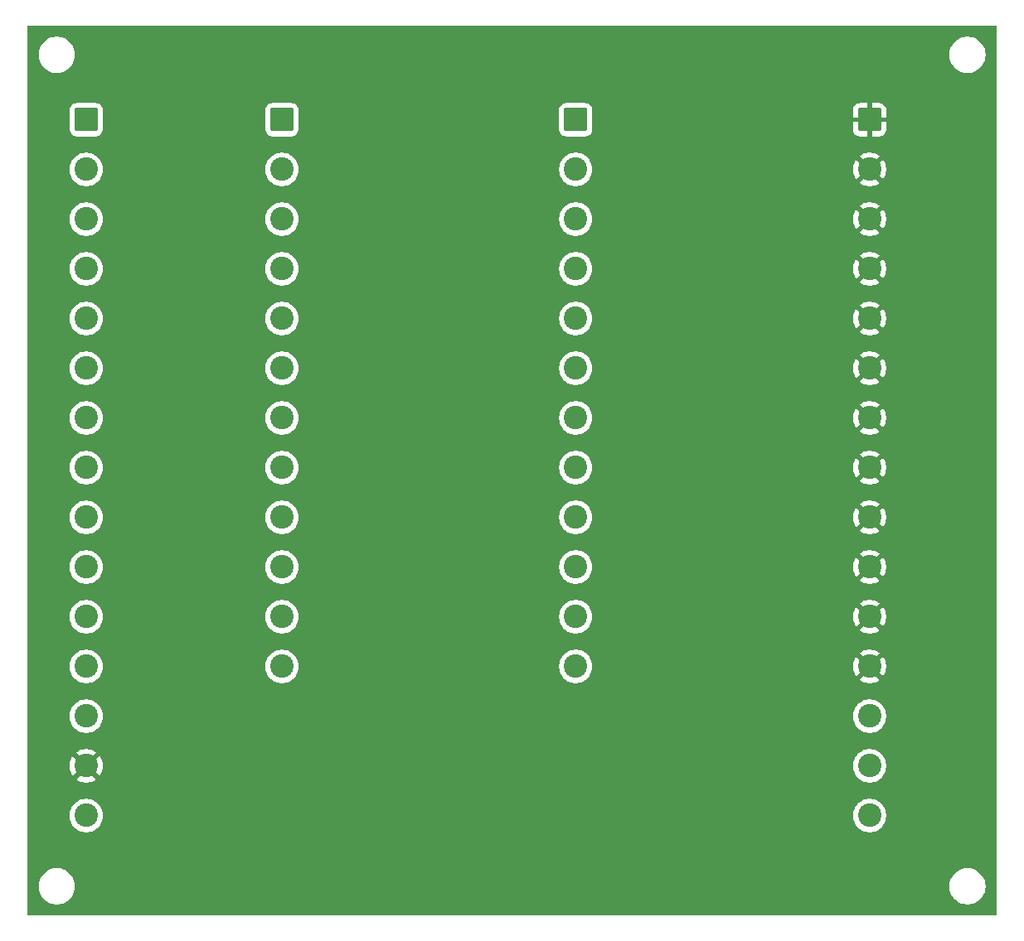
<source format=gbr>
%TF.GenerationSoftware,KiCad,Pcbnew,9.0.2*%
%TF.CreationDate,2026-01-05T12:02:41+00:00*%
%TF.ProjectId,endstop-interface-board,656e6473-746f-4702-9d69-6e7465726661,rev?*%
%TF.SameCoordinates,Original*%
%TF.FileFunction,Copper,L2,Bot*%
%TF.FilePolarity,Positive*%
%FSLAX46Y46*%
G04 Gerber Fmt 4.6, Leading zero omitted, Abs format (unit mm)*
G04 Created by KiCad (PCBNEW 9.0.2) date 2026-01-05 12:02:41*
%MOMM*%
%LPD*%
G01*
G04 APERTURE LIST*
G04 Aperture macros list*
%AMRoundRect*
0 Rectangle with rounded corners*
0 $1 Rounding radius*
0 $2 $3 $4 $5 $6 $7 $8 $9 X,Y pos of 4 corners*
0 Add a 4 corners polygon primitive as box body*
4,1,4,$2,$3,$4,$5,$6,$7,$8,$9,$2,$3,0*
0 Add four circle primitives for the rounded corners*
1,1,$1+$1,$2,$3*
1,1,$1+$1,$4,$5*
1,1,$1+$1,$6,$7*
1,1,$1+$1,$8,$9*
0 Add four rect primitives between the rounded corners*
20,1,$1+$1,$2,$3,$4,$5,0*
20,1,$1+$1,$4,$5,$6,$7,0*
20,1,$1+$1,$6,$7,$8,$9,0*
20,1,$1+$1,$8,$9,$2,$3,0*%
G04 Aperture macros list end*
%TA.AperFunction,ComponentPad*%
%ADD10RoundRect,0.250001X-0.949999X0.949999X-0.949999X-0.949999X0.949999X-0.949999X0.949999X0.949999X0*%
%TD*%
%TA.AperFunction,ComponentPad*%
%ADD11C,2.400000*%
%TD*%
%TA.AperFunction,ViaPad*%
%ADD12C,0.600000*%
%TD*%
G04 APERTURE END LIST*
D10*
%TO.P,J3,1,Pin_1*%
%TO.N,/SENSOR_1_IN*%
X86500000Y-64140000D03*
D11*
%TO.P,J3,2,Pin_2*%
%TO.N,/SENSOR_2_IN*%
X86500000Y-69220000D03*
%TO.P,J3,3,Pin_3*%
%TO.N,/SENSOR_3_IN*%
X86500000Y-74300000D03*
%TO.P,J3,4,Pin_4*%
%TO.N,/SENSOR_4_IN*%
X86500000Y-79380000D03*
%TO.P,J3,5,Pin_5*%
%TO.N,/SENSOR_5_IN*%
X86500000Y-84460000D03*
%TO.P,J3,6,Pin_6*%
%TO.N,/SENSOR_6_IN*%
X86500000Y-89540000D03*
%TO.P,J3,7,Pin_7*%
%TO.N,/SENSOR_7_IN*%
X86500000Y-94620000D03*
%TO.P,J3,8,Pin_8*%
%TO.N,/SENSOR_8_IN*%
X86500000Y-99700000D03*
%TO.P,J3,9,Pin_9*%
%TO.N,/SENSOR_9_IN*%
X86500000Y-104780000D03*
%TO.P,J3,10,Pin_10*%
%TO.N,/SENSOR_10_IN*%
X86500000Y-109860000D03*
%TO.P,J3,11,Pin_11*%
%TO.N,/SENSOR_11_IN*%
X86500000Y-114940000D03*
%TO.P,J3,12,Pin_12*%
%TO.N,/SENSOR_12_IN*%
X86500000Y-120020000D03*
%TD*%
D10*
%TO.P,J1,1,Pin_1*%
%TO.N,/SENSOR_1_OUT*%
X66500000Y-64140000D03*
D11*
%TO.P,J1,2,Pin_2*%
%TO.N,/SENSOR_2_OUT*%
X66500000Y-69220000D03*
%TO.P,J1,3,Pin_3*%
%TO.N,/SENSOR_3_OUT*%
X66500000Y-74300000D03*
%TO.P,J1,4,Pin_4*%
%TO.N,/SENSOR_4_OUT*%
X66500000Y-79380000D03*
%TO.P,J1,5,Pin_5*%
%TO.N,/SENSOR_5_OUT*%
X66500000Y-84460000D03*
%TO.P,J1,6,Pin_6*%
%TO.N,/SENSOR_6_OUT*%
X66500000Y-89540000D03*
%TO.P,J1,7,Pin_7*%
%TO.N,/SENSOR_7_OUT*%
X66500000Y-94620000D03*
%TO.P,J1,8,Pin_8*%
%TO.N,/SENSOR_8_OUT*%
X66500000Y-99700000D03*
%TO.P,J1,9,Pin_9*%
%TO.N,/SENSOR_9_OUT*%
X66500000Y-104780000D03*
%TO.P,J1,10,Pin_10*%
%TO.N,/SENSOR_10_OUT*%
X66500000Y-109860000D03*
%TO.P,J1,11,Pin_11*%
%TO.N,/SENSOR_11_OUT*%
X66500000Y-114940000D03*
%TO.P,J1,12,Pin_12*%
%TO.N,/SENSOR_12_OUT*%
X66500000Y-120020000D03*
%TO.P,J1,13,Pin_13*%
%TO.N,VCC*%
X66500000Y-125100000D03*
%TO.P,J1,14,Pin_14*%
%TO.N,GND*%
X66500000Y-130180000D03*
%TO.P,J1,15,Pin_15*%
%TO.N,Earth*%
X66500000Y-135260000D03*
%TD*%
%TO.P,J2,12,Pin_12*%
%TO.N,VCC*%
X116500000Y-120020000D03*
%TO.P,J2,11,Pin_11*%
X116500000Y-114940000D03*
%TO.P,J2,10,Pin_10*%
X116500000Y-109860000D03*
%TO.P,J2,9,Pin_9*%
X116500000Y-104780000D03*
%TO.P,J2,8,Pin_8*%
X116500000Y-99700000D03*
%TO.P,J2,7,Pin_7*%
X116500000Y-94620000D03*
%TO.P,J2,6,Pin_6*%
X116500000Y-89540000D03*
%TO.P,J2,5,Pin_5*%
X116500000Y-84460000D03*
%TO.P,J2,4,Pin_4*%
X116500000Y-79380000D03*
%TO.P,J2,3,Pin_3*%
X116500000Y-74300000D03*
%TO.P,J2,2,Pin_2*%
X116500000Y-69220000D03*
D10*
%TO.P,J2,1,Pin_1*%
X116500000Y-64140000D03*
%TD*%
%TO.P,J4,1,Pin_1*%
%TO.N,GND*%
X146500000Y-64140000D03*
D11*
%TO.P,J4,2,Pin_2*%
X146500000Y-69220000D03*
%TO.P,J4,3,Pin_3*%
X146500000Y-74300000D03*
%TO.P,J4,4,Pin_4*%
X146500000Y-79380000D03*
%TO.P,J4,5,Pin_5*%
X146500000Y-84460000D03*
%TO.P,J4,6,Pin_6*%
X146500000Y-89540000D03*
%TO.P,J4,7,Pin_7*%
X146500000Y-94620000D03*
%TO.P,J4,8,Pin_8*%
X146500000Y-99700000D03*
%TO.P,J4,9,Pin_9*%
X146500000Y-104780000D03*
%TO.P,J4,10,Pin_10*%
X146500000Y-109860000D03*
%TO.P,J4,11,Pin_11*%
X146500000Y-114940000D03*
%TO.P,J4,12,Pin_12*%
X146500000Y-120020000D03*
%TO.P,J4,13,Pin_13*%
%TO.N,Earth*%
X146500000Y-125100000D03*
%TO.P,J4,14,Pin_14*%
X146500000Y-130180000D03*
%TO.P,J4,15,Pin_15*%
X146500000Y-135260000D03*
%TD*%
D12*
%TO.N,GND*%
X79000000Y-65500000D03*
X79000000Y-70500000D03*
X79000000Y-75500000D03*
X79000000Y-80500000D03*
X79000000Y-85500000D03*
X79000000Y-91000000D03*
X79000000Y-96000000D03*
X79000000Y-101000000D03*
X79000000Y-111500000D03*
X79000000Y-116500000D03*
X79000000Y-121500000D03*
X79000000Y-106000000D03*
%TD*%
%TA.AperFunction,Conductor*%
%TO.N,GND*%
G36*
X159442539Y-54520185D02*
G01*
X159488294Y-54572989D01*
X159499500Y-54624500D01*
X159499500Y-145375500D01*
X159479815Y-145442539D01*
X159427011Y-145488294D01*
X159375500Y-145499500D01*
X60624500Y-145499500D01*
X60557461Y-145479815D01*
X60511706Y-145427011D01*
X60500500Y-145375500D01*
X60500500Y-142378711D01*
X61649500Y-142378711D01*
X61649500Y-142621288D01*
X61681161Y-142861785D01*
X61743947Y-143096104D01*
X61836773Y-143320205D01*
X61836776Y-143320212D01*
X61958064Y-143530289D01*
X61958066Y-143530292D01*
X61958067Y-143530293D01*
X62105733Y-143722736D01*
X62105739Y-143722743D01*
X62277256Y-143894260D01*
X62277262Y-143894265D01*
X62469711Y-144041936D01*
X62679788Y-144163224D01*
X62903900Y-144256054D01*
X63138211Y-144318838D01*
X63318586Y-144342584D01*
X63378711Y-144350500D01*
X63378712Y-144350500D01*
X63621289Y-144350500D01*
X63669388Y-144344167D01*
X63861789Y-144318838D01*
X64096100Y-144256054D01*
X64320212Y-144163224D01*
X64530289Y-144041936D01*
X64722738Y-143894265D01*
X64894265Y-143722738D01*
X65041936Y-143530289D01*
X65163224Y-143320212D01*
X65256054Y-143096100D01*
X65318838Y-142861789D01*
X65350500Y-142621288D01*
X65350500Y-142378712D01*
X65350500Y-142378711D01*
X154649500Y-142378711D01*
X154649500Y-142621288D01*
X154681161Y-142861785D01*
X154743947Y-143096104D01*
X154836773Y-143320205D01*
X154836776Y-143320212D01*
X154958064Y-143530289D01*
X154958066Y-143530292D01*
X154958067Y-143530293D01*
X155105733Y-143722736D01*
X155105739Y-143722743D01*
X155277256Y-143894260D01*
X155277262Y-143894265D01*
X155469711Y-144041936D01*
X155679788Y-144163224D01*
X155903900Y-144256054D01*
X156138211Y-144318838D01*
X156318586Y-144342584D01*
X156378711Y-144350500D01*
X156378712Y-144350500D01*
X156621289Y-144350500D01*
X156669388Y-144344167D01*
X156861789Y-144318838D01*
X157096100Y-144256054D01*
X157320212Y-144163224D01*
X157530289Y-144041936D01*
X157722738Y-143894265D01*
X157894265Y-143722738D01*
X158041936Y-143530289D01*
X158163224Y-143320212D01*
X158256054Y-143096100D01*
X158318838Y-142861789D01*
X158350500Y-142621288D01*
X158350500Y-142378712D01*
X158318838Y-142138211D01*
X158256054Y-141903900D01*
X158163224Y-141679788D01*
X158041936Y-141469711D01*
X157894265Y-141277262D01*
X157894260Y-141277256D01*
X157722743Y-141105739D01*
X157722736Y-141105733D01*
X157530293Y-140958067D01*
X157530292Y-140958066D01*
X157530289Y-140958064D01*
X157320212Y-140836776D01*
X157320205Y-140836773D01*
X157096104Y-140743947D01*
X156861785Y-140681161D01*
X156621289Y-140649500D01*
X156621288Y-140649500D01*
X156378712Y-140649500D01*
X156378711Y-140649500D01*
X156138214Y-140681161D01*
X155903895Y-140743947D01*
X155679794Y-140836773D01*
X155679785Y-140836777D01*
X155469706Y-140958067D01*
X155277263Y-141105733D01*
X155277256Y-141105739D01*
X155105739Y-141277256D01*
X155105733Y-141277263D01*
X154958067Y-141469706D01*
X154836777Y-141679785D01*
X154836773Y-141679794D01*
X154743947Y-141903895D01*
X154681161Y-142138214D01*
X154649500Y-142378711D01*
X65350500Y-142378711D01*
X65318838Y-142138211D01*
X65256054Y-141903900D01*
X65163224Y-141679788D01*
X65041936Y-141469711D01*
X64894265Y-141277262D01*
X64894260Y-141277256D01*
X64722743Y-141105739D01*
X64722736Y-141105733D01*
X64530293Y-140958067D01*
X64530292Y-140958066D01*
X64530289Y-140958064D01*
X64320212Y-140836776D01*
X64320205Y-140836773D01*
X64096104Y-140743947D01*
X63861785Y-140681161D01*
X63621289Y-140649500D01*
X63621288Y-140649500D01*
X63378712Y-140649500D01*
X63378711Y-140649500D01*
X63138214Y-140681161D01*
X62903895Y-140743947D01*
X62679794Y-140836773D01*
X62679785Y-140836777D01*
X62469706Y-140958067D01*
X62277263Y-141105733D01*
X62277256Y-141105739D01*
X62105739Y-141277256D01*
X62105733Y-141277263D01*
X61958067Y-141469706D01*
X61836777Y-141679785D01*
X61836773Y-141679794D01*
X61743947Y-141903895D01*
X61681161Y-142138214D01*
X61649500Y-142378711D01*
X60500500Y-142378711D01*
X60500500Y-135148549D01*
X64799500Y-135148549D01*
X64799500Y-135371450D01*
X64799501Y-135371466D01*
X64828594Y-135592452D01*
X64828595Y-135592457D01*
X64828596Y-135592463D01*
X64828597Y-135592465D01*
X64886290Y-135807780D01*
X64886293Y-135807790D01*
X64971593Y-136013722D01*
X64971595Y-136013726D01*
X65083052Y-136206774D01*
X65083057Y-136206780D01*
X65083058Y-136206782D01*
X65218751Y-136383622D01*
X65218757Y-136383629D01*
X65376370Y-136541242D01*
X65376376Y-136541247D01*
X65553226Y-136676948D01*
X65746274Y-136788405D01*
X65952219Y-136873710D01*
X66167537Y-136931404D01*
X66388543Y-136960500D01*
X66388550Y-136960500D01*
X66611450Y-136960500D01*
X66611457Y-136960500D01*
X66832463Y-136931404D01*
X67047781Y-136873710D01*
X67253726Y-136788405D01*
X67446774Y-136676948D01*
X67623624Y-136541247D01*
X67781247Y-136383624D01*
X67916948Y-136206774D01*
X68028405Y-136013726D01*
X68113710Y-135807781D01*
X68171404Y-135592463D01*
X68200500Y-135371457D01*
X68200500Y-135148549D01*
X144799500Y-135148549D01*
X144799500Y-135371450D01*
X144799501Y-135371466D01*
X144828594Y-135592452D01*
X144828595Y-135592457D01*
X144828596Y-135592463D01*
X144828597Y-135592465D01*
X144886290Y-135807780D01*
X144886293Y-135807790D01*
X144971593Y-136013722D01*
X144971595Y-136013726D01*
X145083052Y-136206774D01*
X145083057Y-136206780D01*
X145083058Y-136206782D01*
X145218751Y-136383622D01*
X145218757Y-136383629D01*
X145376370Y-136541242D01*
X145376376Y-136541247D01*
X145553226Y-136676948D01*
X145746274Y-136788405D01*
X145952219Y-136873710D01*
X146167537Y-136931404D01*
X146388543Y-136960500D01*
X146388550Y-136960500D01*
X146611450Y-136960500D01*
X146611457Y-136960500D01*
X146832463Y-136931404D01*
X147047781Y-136873710D01*
X147253726Y-136788405D01*
X147446774Y-136676948D01*
X147623624Y-136541247D01*
X147781247Y-136383624D01*
X147916948Y-136206774D01*
X148028405Y-136013726D01*
X148113710Y-135807781D01*
X148171404Y-135592463D01*
X148200500Y-135371457D01*
X148200500Y-135148543D01*
X148171404Y-134927537D01*
X148113710Y-134712219D01*
X148028405Y-134506274D01*
X147916948Y-134313226D01*
X147781247Y-134136376D01*
X147781242Y-134136370D01*
X147623629Y-133978757D01*
X147623622Y-133978751D01*
X147446782Y-133843058D01*
X147446780Y-133843057D01*
X147446774Y-133843052D01*
X147253726Y-133731595D01*
X147253722Y-133731593D01*
X147047790Y-133646293D01*
X147047783Y-133646291D01*
X147047781Y-133646290D01*
X146832463Y-133588596D01*
X146832457Y-133588595D01*
X146832452Y-133588594D01*
X146611466Y-133559501D01*
X146611463Y-133559500D01*
X146611457Y-133559500D01*
X146388543Y-133559500D01*
X146388537Y-133559500D01*
X146388533Y-133559501D01*
X146167547Y-133588594D01*
X146167540Y-133588595D01*
X146167537Y-133588596D01*
X145952219Y-133646290D01*
X145952209Y-133646293D01*
X145746277Y-133731593D01*
X145746273Y-133731595D01*
X145553226Y-133843052D01*
X145553217Y-133843058D01*
X145376377Y-133978751D01*
X145376370Y-133978757D01*
X145218757Y-134136370D01*
X145218751Y-134136377D01*
X145083058Y-134313217D01*
X145083052Y-134313226D01*
X144971595Y-134506273D01*
X144971593Y-134506277D01*
X144886293Y-134712209D01*
X144886290Y-134712219D01*
X144828597Y-134927534D01*
X144828594Y-134927547D01*
X144799501Y-135148533D01*
X144799500Y-135148549D01*
X68200500Y-135148549D01*
X68200500Y-135148543D01*
X68171404Y-134927537D01*
X68113710Y-134712219D01*
X68028405Y-134506274D01*
X67916948Y-134313226D01*
X67781247Y-134136376D01*
X67781242Y-134136370D01*
X67623629Y-133978757D01*
X67623622Y-133978751D01*
X67446782Y-133843058D01*
X67446780Y-133843057D01*
X67446774Y-133843052D01*
X67253726Y-133731595D01*
X67253722Y-133731593D01*
X67047790Y-133646293D01*
X67047783Y-133646291D01*
X67047781Y-133646290D01*
X66832463Y-133588596D01*
X66832457Y-133588595D01*
X66832452Y-133588594D01*
X66611466Y-133559501D01*
X66611463Y-133559500D01*
X66611457Y-133559500D01*
X66388543Y-133559500D01*
X66388537Y-133559500D01*
X66388533Y-133559501D01*
X66167547Y-133588594D01*
X66167540Y-133588595D01*
X66167537Y-133588596D01*
X65952219Y-133646290D01*
X65952209Y-133646293D01*
X65746277Y-133731593D01*
X65746273Y-133731595D01*
X65553226Y-133843052D01*
X65553217Y-133843058D01*
X65376377Y-133978751D01*
X65376370Y-133978757D01*
X65218757Y-134136370D01*
X65218751Y-134136377D01*
X65083058Y-134313217D01*
X65083052Y-134313226D01*
X64971595Y-134506273D01*
X64971593Y-134506277D01*
X64886293Y-134712209D01*
X64886290Y-134712219D01*
X64828597Y-134927534D01*
X64828594Y-134927547D01*
X64799501Y-135148533D01*
X64799500Y-135148549D01*
X60500500Y-135148549D01*
X60500500Y-130068575D01*
X64800000Y-130068575D01*
X64800000Y-130291424D01*
X64829085Y-130512354D01*
X64829088Y-130512367D01*
X64886763Y-130727618D01*
X64972045Y-130933502D01*
X64972054Y-130933520D01*
X65083464Y-131126491D01*
X65083473Y-131126504D01*
X65134040Y-131192403D01*
X65134043Y-131192403D01*
X65784152Y-130542293D01*
X65791049Y-130558942D01*
X65878599Y-130689970D01*
X65990030Y-130801401D01*
X66121058Y-130888951D01*
X66137705Y-130895846D01*
X65487595Y-131545955D01*
X65487595Y-131545956D01*
X65553507Y-131596533D01*
X65746485Y-131707949D01*
X65746497Y-131707954D01*
X65952381Y-131793236D01*
X66167632Y-131850911D01*
X66167645Y-131850914D01*
X66388575Y-131880000D01*
X66611425Y-131880000D01*
X66832354Y-131850914D01*
X66832367Y-131850911D01*
X67047618Y-131793236D01*
X67253502Y-131707954D01*
X67253514Y-131707949D01*
X67446498Y-131596530D01*
X67512403Y-131545957D01*
X67512404Y-131545956D01*
X66862294Y-130895846D01*
X66878942Y-130888951D01*
X67009970Y-130801401D01*
X67121401Y-130689970D01*
X67208951Y-130558942D01*
X67215846Y-130542294D01*
X67865956Y-131192404D01*
X67865957Y-131192403D01*
X67916530Y-131126498D01*
X68027949Y-130933514D01*
X68027954Y-130933502D01*
X68113236Y-130727618D01*
X68170911Y-130512367D01*
X68170914Y-130512354D01*
X68200000Y-130291424D01*
X68200000Y-130068575D01*
X68199997Y-130068549D01*
X144799500Y-130068549D01*
X144799500Y-130291450D01*
X144799501Y-130291466D01*
X144828594Y-130512452D01*
X144828595Y-130512457D01*
X144828596Y-130512463D01*
X144886290Y-130727780D01*
X144886293Y-130727790D01*
X144971593Y-130933722D01*
X144971595Y-130933726D01*
X145083052Y-131126774D01*
X145083057Y-131126780D01*
X145083058Y-131126782D01*
X145218751Y-131303622D01*
X145218757Y-131303629D01*
X145376370Y-131461242D01*
X145376376Y-131461247D01*
X145553226Y-131596948D01*
X145746274Y-131708405D01*
X145876140Y-131762197D01*
X145951074Y-131793236D01*
X145952219Y-131793710D01*
X146167537Y-131851404D01*
X146388543Y-131880500D01*
X146388550Y-131880500D01*
X146611450Y-131880500D01*
X146611457Y-131880500D01*
X146832463Y-131851404D01*
X147047781Y-131793710D01*
X147253726Y-131708405D01*
X147446774Y-131596948D01*
X147623624Y-131461247D01*
X147781247Y-131303624D01*
X147916948Y-131126774D01*
X148028405Y-130933726D01*
X148113710Y-130727781D01*
X148171404Y-130512463D01*
X148200500Y-130291457D01*
X148200500Y-130068543D01*
X148171404Y-129847537D01*
X148113710Y-129632219D01*
X148028405Y-129426274D01*
X147916948Y-129233226D01*
X147781247Y-129056376D01*
X147781242Y-129056370D01*
X147623629Y-128898757D01*
X147623622Y-128898751D01*
X147446782Y-128763058D01*
X147446780Y-128763057D01*
X147446774Y-128763052D01*
X147253726Y-128651595D01*
X147253722Y-128651593D01*
X147047790Y-128566293D01*
X147047783Y-128566291D01*
X147047781Y-128566290D01*
X146832463Y-128508596D01*
X146832457Y-128508595D01*
X146832452Y-128508594D01*
X146611466Y-128479501D01*
X146611463Y-128479500D01*
X146611457Y-128479500D01*
X146388543Y-128479500D01*
X146388537Y-128479500D01*
X146388533Y-128479501D01*
X146167547Y-128508594D01*
X146167540Y-128508595D01*
X146167537Y-128508596D01*
X145952219Y-128566290D01*
X145952209Y-128566293D01*
X145746277Y-128651593D01*
X145746273Y-128651595D01*
X145553226Y-128763052D01*
X145553217Y-128763058D01*
X145376377Y-128898751D01*
X145376370Y-128898757D01*
X145218757Y-129056370D01*
X145218751Y-129056377D01*
X145083058Y-129233217D01*
X145083052Y-129233226D01*
X144971595Y-129426273D01*
X144971593Y-129426277D01*
X144886293Y-129632209D01*
X144886290Y-129632219D01*
X144828597Y-129847534D01*
X144828594Y-129847547D01*
X144799501Y-130068533D01*
X144799500Y-130068549D01*
X68199997Y-130068549D01*
X68170914Y-129847645D01*
X68170911Y-129847632D01*
X68113236Y-129632381D01*
X68027954Y-129426497D01*
X68027949Y-129426485D01*
X67916533Y-129233507D01*
X67865956Y-129167595D01*
X67865955Y-129167595D01*
X67215846Y-129817704D01*
X67208951Y-129801058D01*
X67121401Y-129670030D01*
X67009970Y-129558599D01*
X66878942Y-129471049D01*
X66862293Y-129464152D01*
X67512403Y-128814043D01*
X67512403Y-128814040D01*
X67446504Y-128763473D01*
X67446491Y-128763464D01*
X67253520Y-128652054D01*
X67253502Y-128652045D01*
X67047618Y-128566763D01*
X66832367Y-128509088D01*
X66832354Y-128509085D01*
X66611425Y-128480000D01*
X66388575Y-128480000D01*
X66167645Y-128509085D01*
X66167632Y-128509088D01*
X65952381Y-128566763D01*
X65746497Y-128652045D01*
X65746479Y-128652054D01*
X65553511Y-128763462D01*
X65487595Y-128814042D01*
X66137706Y-129464152D01*
X66121058Y-129471049D01*
X65990030Y-129558599D01*
X65878599Y-129670030D01*
X65791049Y-129801058D01*
X65784153Y-129817706D01*
X65134042Y-129167595D01*
X65083462Y-129233511D01*
X64972054Y-129426479D01*
X64972045Y-129426497D01*
X64886763Y-129632381D01*
X64829088Y-129847632D01*
X64829085Y-129847645D01*
X64800000Y-130068575D01*
X60500500Y-130068575D01*
X60500500Y-124988549D01*
X64799500Y-124988549D01*
X64799500Y-125211450D01*
X64799501Y-125211466D01*
X64828594Y-125432452D01*
X64828595Y-125432457D01*
X64828596Y-125432463D01*
X64828597Y-125432465D01*
X64886290Y-125647780D01*
X64886293Y-125647790D01*
X64971593Y-125853722D01*
X64971595Y-125853726D01*
X65083052Y-126046774D01*
X65083057Y-126046780D01*
X65083058Y-126046782D01*
X65218751Y-126223622D01*
X65218757Y-126223629D01*
X65376370Y-126381242D01*
X65376376Y-126381247D01*
X65553226Y-126516948D01*
X65746274Y-126628405D01*
X65952219Y-126713710D01*
X66167537Y-126771404D01*
X66388543Y-126800500D01*
X66388550Y-126800500D01*
X66611450Y-126800500D01*
X66611457Y-126800500D01*
X66832463Y-126771404D01*
X67047781Y-126713710D01*
X67253726Y-126628405D01*
X67446774Y-126516948D01*
X67623624Y-126381247D01*
X67781247Y-126223624D01*
X67916948Y-126046774D01*
X68028405Y-125853726D01*
X68113710Y-125647781D01*
X68171404Y-125432463D01*
X68200500Y-125211457D01*
X68200500Y-124988549D01*
X144799500Y-124988549D01*
X144799500Y-125211450D01*
X144799501Y-125211466D01*
X144828594Y-125432452D01*
X144828595Y-125432457D01*
X144828596Y-125432463D01*
X144828597Y-125432465D01*
X144886290Y-125647780D01*
X144886293Y-125647790D01*
X144971593Y-125853722D01*
X144971595Y-125853726D01*
X145083052Y-126046774D01*
X145083057Y-126046780D01*
X145083058Y-126046782D01*
X145218751Y-126223622D01*
X145218757Y-126223629D01*
X145376370Y-126381242D01*
X145376376Y-126381247D01*
X145553226Y-126516948D01*
X145746274Y-126628405D01*
X145952219Y-126713710D01*
X146167537Y-126771404D01*
X146388543Y-126800500D01*
X146388550Y-126800500D01*
X146611450Y-126800500D01*
X146611457Y-126800500D01*
X146832463Y-126771404D01*
X147047781Y-126713710D01*
X147253726Y-126628405D01*
X147446774Y-126516948D01*
X147623624Y-126381247D01*
X147781247Y-126223624D01*
X147916948Y-126046774D01*
X148028405Y-125853726D01*
X148113710Y-125647781D01*
X148171404Y-125432463D01*
X148200500Y-125211457D01*
X148200500Y-124988543D01*
X148171404Y-124767537D01*
X148113710Y-124552219D01*
X148028405Y-124346274D01*
X147916948Y-124153226D01*
X147781247Y-123976376D01*
X147781242Y-123976370D01*
X147623629Y-123818757D01*
X147623622Y-123818751D01*
X147446782Y-123683058D01*
X147446780Y-123683057D01*
X147446774Y-123683052D01*
X147253726Y-123571595D01*
X147253722Y-123571593D01*
X147047790Y-123486293D01*
X147047783Y-123486291D01*
X147047781Y-123486290D01*
X146832463Y-123428596D01*
X146832457Y-123428595D01*
X146832452Y-123428594D01*
X146611466Y-123399501D01*
X146611463Y-123399500D01*
X146611457Y-123399500D01*
X146388543Y-123399500D01*
X146388537Y-123399500D01*
X146388533Y-123399501D01*
X146167547Y-123428594D01*
X146167540Y-123428595D01*
X146167537Y-123428596D01*
X145952219Y-123486290D01*
X145952209Y-123486293D01*
X145746277Y-123571593D01*
X145746273Y-123571595D01*
X145553226Y-123683052D01*
X145553217Y-123683058D01*
X145376377Y-123818751D01*
X145376370Y-123818757D01*
X145218757Y-123976370D01*
X145218751Y-123976377D01*
X145083058Y-124153217D01*
X145083052Y-124153226D01*
X144971595Y-124346273D01*
X144971593Y-124346277D01*
X144886293Y-124552209D01*
X144886290Y-124552219D01*
X144828597Y-124767534D01*
X144828594Y-124767547D01*
X144799501Y-124988533D01*
X144799500Y-124988549D01*
X68200500Y-124988549D01*
X68200500Y-124988543D01*
X68171404Y-124767537D01*
X68113710Y-124552219D01*
X68028405Y-124346274D01*
X67916948Y-124153226D01*
X67781247Y-123976376D01*
X67781242Y-123976370D01*
X67623629Y-123818757D01*
X67623622Y-123818751D01*
X67446782Y-123683058D01*
X67446780Y-123683057D01*
X67446774Y-123683052D01*
X67253726Y-123571595D01*
X67253722Y-123571593D01*
X67047790Y-123486293D01*
X67047783Y-123486291D01*
X67047781Y-123486290D01*
X66832463Y-123428596D01*
X66832457Y-123428595D01*
X66832452Y-123428594D01*
X66611466Y-123399501D01*
X66611463Y-123399500D01*
X66611457Y-123399500D01*
X66388543Y-123399500D01*
X66388537Y-123399500D01*
X66388533Y-123399501D01*
X66167547Y-123428594D01*
X66167540Y-123428595D01*
X66167537Y-123428596D01*
X65952219Y-123486290D01*
X65952209Y-123486293D01*
X65746277Y-123571593D01*
X65746273Y-123571595D01*
X65553226Y-123683052D01*
X65553217Y-123683058D01*
X65376377Y-123818751D01*
X65376370Y-123818757D01*
X65218757Y-123976370D01*
X65218751Y-123976377D01*
X65083058Y-124153217D01*
X65083052Y-124153226D01*
X64971595Y-124346273D01*
X64971593Y-124346277D01*
X64886293Y-124552209D01*
X64886290Y-124552219D01*
X64828597Y-124767534D01*
X64828594Y-124767547D01*
X64799501Y-124988533D01*
X64799500Y-124988549D01*
X60500500Y-124988549D01*
X60500500Y-119908549D01*
X64799500Y-119908549D01*
X64799500Y-120131450D01*
X64799501Y-120131466D01*
X64828594Y-120352452D01*
X64828595Y-120352457D01*
X64828596Y-120352463D01*
X64886290Y-120567780D01*
X64886293Y-120567790D01*
X64971593Y-120773722D01*
X64971595Y-120773726D01*
X65083052Y-120966774D01*
X65083057Y-120966780D01*
X65083058Y-120966782D01*
X65218751Y-121143622D01*
X65218757Y-121143629D01*
X65376370Y-121301242D01*
X65376376Y-121301247D01*
X65553226Y-121436948D01*
X65746274Y-121548405D01*
X65876140Y-121602197D01*
X65951074Y-121633236D01*
X65952219Y-121633710D01*
X66167537Y-121691404D01*
X66388543Y-121720500D01*
X66388550Y-121720500D01*
X66611450Y-121720500D01*
X66611457Y-121720500D01*
X66832463Y-121691404D01*
X67047781Y-121633710D01*
X67253726Y-121548405D01*
X67446774Y-121436948D01*
X67623624Y-121301247D01*
X67781247Y-121143624D01*
X67916948Y-120966774D01*
X68028405Y-120773726D01*
X68113710Y-120567781D01*
X68171404Y-120352463D01*
X68200500Y-120131457D01*
X68200500Y-119908549D01*
X84799500Y-119908549D01*
X84799500Y-120131450D01*
X84799501Y-120131466D01*
X84828594Y-120352452D01*
X84828595Y-120352457D01*
X84828596Y-120352463D01*
X84886290Y-120567780D01*
X84886293Y-120567790D01*
X84971593Y-120773722D01*
X84971595Y-120773726D01*
X85083052Y-120966774D01*
X85083057Y-120966780D01*
X85083058Y-120966782D01*
X85218751Y-121143622D01*
X85218757Y-121143629D01*
X85376370Y-121301242D01*
X85376376Y-121301247D01*
X85553226Y-121436948D01*
X85746274Y-121548405D01*
X85876140Y-121602197D01*
X85951074Y-121633236D01*
X85952219Y-121633710D01*
X86167537Y-121691404D01*
X86388543Y-121720500D01*
X86388550Y-121720500D01*
X86611450Y-121720500D01*
X86611457Y-121720500D01*
X86832463Y-121691404D01*
X87047781Y-121633710D01*
X87253726Y-121548405D01*
X87446774Y-121436948D01*
X87623624Y-121301247D01*
X87781247Y-121143624D01*
X87916948Y-120966774D01*
X88028405Y-120773726D01*
X88113710Y-120567781D01*
X88171404Y-120352463D01*
X88200500Y-120131457D01*
X88200500Y-119908549D01*
X114799500Y-119908549D01*
X114799500Y-120131450D01*
X114799501Y-120131466D01*
X114828594Y-120352452D01*
X114828595Y-120352457D01*
X114828596Y-120352463D01*
X114886290Y-120567780D01*
X114886293Y-120567790D01*
X114971593Y-120773722D01*
X114971595Y-120773726D01*
X115083052Y-120966774D01*
X115083057Y-120966780D01*
X115083058Y-120966782D01*
X115218751Y-121143622D01*
X115218757Y-121143629D01*
X115376370Y-121301242D01*
X115376376Y-121301247D01*
X115553226Y-121436948D01*
X115746274Y-121548405D01*
X115876140Y-121602197D01*
X115951074Y-121633236D01*
X115952219Y-121633710D01*
X116167537Y-121691404D01*
X116388543Y-121720500D01*
X116388550Y-121720500D01*
X116611450Y-121720500D01*
X116611457Y-121720500D01*
X116832463Y-121691404D01*
X117047781Y-121633710D01*
X117253726Y-121548405D01*
X117446774Y-121436948D01*
X117623624Y-121301247D01*
X117623629Y-121301242D01*
X117674550Y-121250322D01*
X117781242Y-121143629D01*
X117781247Y-121143624D01*
X117916948Y-120966774D01*
X118028405Y-120773726D01*
X118113710Y-120567781D01*
X118171404Y-120352463D01*
X118200500Y-120131457D01*
X118200500Y-119908575D01*
X144800000Y-119908575D01*
X144800000Y-120131424D01*
X144829085Y-120352354D01*
X144829088Y-120352367D01*
X144886763Y-120567618D01*
X144972045Y-120773502D01*
X144972054Y-120773520D01*
X145083464Y-120966491D01*
X145083473Y-120966504D01*
X145134040Y-121032403D01*
X145134043Y-121032403D01*
X145784152Y-120382293D01*
X145791049Y-120398942D01*
X145878599Y-120529970D01*
X145990030Y-120641401D01*
X146121058Y-120728951D01*
X146137705Y-120735846D01*
X145487595Y-121385955D01*
X145487595Y-121385956D01*
X145553507Y-121436533D01*
X145746485Y-121547949D01*
X145746497Y-121547954D01*
X145952381Y-121633236D01*
X146167632Y-121690911D01*
X146167645Y-121690914D01*
X146388575Y-121720000D01*
X146611425Y-121720000D01*
X146832354Y-121690914D01*
X146832367Y-121690911D01*
X147047618Y-121633236D01*
X147253502Y-121547954D01*
X147253514Y-121547949D01*
X147446498Y-121436530D01*
X147512403Y-121385957D01*
X147512404Y-121385956D01*
X146862294Y-120735846D01*
X146878942Y-120728951D01*
X147009970Y-120641401D01*
X147121401Y-120529970D01*
X147208951Y-120398942D01*
X147215846Y-120382294D01*
X147865956Y-121032404D01*
X147865957Y-121032403D01*
X147916530Y-120966498D01*
X148027949Y-120773514D01*
X148027954Y-120773502D01*
X148113236Y-120567618D01*
X148170911Y-120352367D01*
X148170914Y-120352354D01*
X148200000Y-120131424D01*
X148200000Y-119908575D01*
X148170914Y-119687645D01*
X148170911Y-119687632D01*
X148113236Y-119472381D01*
X148027954Y-119266497D01*
X148027949Y-119266485D01*
X147916533Y-119073507D01*
X147865956Y-119007595D01*
X147865955Y-119007595D01*
X147215846Y-119657704D01*
X147208951Y-119641058D01*
X147121401Y-119510030D01*
X147009970Y-119398599D01*
X146878942Y-119311049D01*
X146862293Y-119304152D01*
X147512403Y-118654043D01*
X147512403Y-118654040D01*
X147446504Y-118603473D01*
X147446491Y-118603464D01*
X147253520Y-118492054D01*
X147253502Y-118492045D01*
X147047618Y-118406763D01*
X146832367Y-118349088D01*
X146832354Y-118349085D01*
X146611425Y-118320000D01*
X146388575Y-118320000D01*
X146167645Y-118349085D01*
X146167632Y-118349088D01*
X145952381Y-118406763D01*
X145746497Y-118492045D01*
X145746479Y-118492054D01*
X145553511Y-118603462D01*
X145487595Y-118654042D01*
X146137706Y-119304152D01*
X146121058Y-119311049D01*
X145990030Y-119398599D01*
X145878599Y-119510030D01*
X145791049Y-119641058D01*
X145784153Y-119657706D01*
X145134042Y-119007595D01*
X145083462Y-119073511D01*
X144972054Y-119266479D01*
X144972045Y-119266497D01*
X144886763Y-119472381D01*
X144829088Y-119687632D01*
X144829085Y-119687645D01*
X144800000Y-119908575D01*
X118200500Y-119908575D01*
X118200500Y-119908543D01*
X118171404Y-119687537D01*
X118113710Y-119472219D01*
X118028405Y-119266274D01*
X117916948Y-119073226D01*
X117781247Y-118896376D01*
X117781242Y-118896370D01*
X117623629Y-118738757D01*
X117623622Y-118738751D01*
X117446782Y-118603058D01*
X117446780Y-118603057D01*
X117446774Y-118603052D01*
X117253726Y-118491595D01*
X117253722Y-118491593D01*
X117047790Y-118406293D01*
X117047783Y-118406291D01*
X117047781Y-118406290D01*
X116832463Y-118348596D01*
X116832457Y-118348595D01*
X116832452Y-118348594D01*
X116611466Y-118319501D01*
X116611463Y-118319500D01*
X116611457Y-118319500D01*
X116388543Y-118319500D01*
X116388537Y-118319500D01*
X116388533Y-118319501D01*
X116167547Y-118348594D01*
X116167540Y-118348595D01*
X116167537Y-118348596D01*
X115952219Y-118406290D01*
X115952209Y-118406293D01*
X115746277Y-118491593D01*
X115746273Y-118491595D01*
X115553226Y-118603052D01*
X115553217Y-118603058D01*
X115376377Y-118738751D01*
X115376370Y-118738757D01*
X115218757Y-118896370D01*
X115218751Y-118896377D01*
X115083058Y-119073217D01*
X115083052Y-119073226D01*
X114971595Y-119266273D01*
X114971593Y-119266277D01*
X114886293Y-119472209D01*
X114886290Y-119472219D01*
X114828597Y-119687534D01*
X114828594Y-119687547D01*
X114799501Y-119908533D01*
X114799500Y-119908549D01*
X88200500Y-119908549D01*
X88200500Y-119908543D01*
X88171404Y-119687537D01*
X88113710Y-119472219D01*
X88028405Y-119266274D01*
X87916948Y-119073226D01*
X87781247Y-118896376D01*
X87781242Y-118896370D01*
X87623629Y-118738757D01*
X87623622Y-118738751D01*
X87446782Y-118603058D01*
X87446780Y-118603057D01*
X87446774Y-118603052D01*
X87253726Y-118491595D01*
X87253722Y-118491593D01*
X87047790Y-118406293D01*
X87047783Y-118406291D01*
X87047781Y-118406290D01*
X86832463Y-118348596D01*
X86832457Y-118348595D01*
X86832452Y-118348594D01*
X86611466Y-118319501D01*
X86611463Y-118319500D01*
X86611457Y-118319500D01*
X86388543Y-118319500D01*
X86388537Y-118319500D01*
X86388533Y-118319501D01*
X86167547Y-118348594D01*
X86167540Y-118348595D01*
X86167537Y-118348596D01*
X85952219Y-118406290D01*
X85952209Y-118406293D01*
X85746277Y-118491593D01*
X85746273Y-118491595D01*
X85553226Y-118603052D01*
X85553217Y-118603058D01*
X85376377Y-118738751D01*
X85376370Y-118738757D01*
X85218757Y-118896370D01*
X85218751Y-118896377D01*
X85083058Y-119073217D01*
X85083052Y-119073226D01*
X84971595Y-119266273D01*
X84971593Y-119266277D01*
X84886293Y-119472209D01*
X84886290Y-119472219D01*
X84828597Y-119687534D01*
X84828594Y-119687547D01*
X84799501Y-119908533D01*
X84799500Y-119908549D01*
X68200500Y-119908549D01*
X68200500Y-119908543D01*
X68171404Y-119687537D01*
X68113710Y-119472219D01*
X68028405Y-119266274D01*
X67916948Y-119073226D01*
X67781247Y-118896376D01*
X67781242Y-118896370D01*
X67623629Y-118738757D01*
X67623622Y-118738751D01*
X67446782Y-118603058D01*
X67446780Y-118603057D01*
X67446774Y-118603052D01*
X67253726Y-118491595D01*
X67253722Y-118491593D01*
X67047790Y-118406293D01*
X67047783Y-118406291D01*
X67047781Y-118406290D01*
X66832463Y-118348596D01*
X66832457Y-118348595D01*
X66832452Y-118348594D01*
X66611466Y-118319501D01*
X66611463Y-118319500D01*
X66611457Y-118319500D01*
X66388543Y-118319500D01*
X66388537Y-118319500D01*
X66388533Y-118319501D01*
X66167547Y-118348594D01*
X66167540Y-118348595D01*
X66167537Y-118348596D01*
X65952219Y-118406290D01*
X65952209Y-118406293D01*
X65746277Y-118491593D01*
X65746273Y-118491595D01*
X65553226Y-118603052D01*
X65553217Y-118603058D01*
X65376377Y-118738751D01*
X65376370Y-118738757D01*
X65218757Y-118896370D01*
X65218751Y-118896377D01*
X65083058Y-119073217D01*
X65083052Y-119073226D01*
X64971595Y-119266273D01*
X64971593Y-119266277D01*
X64886293Y-119472209D01*
X64886290Y-119472219D01*
X64828597Y-119687534D01*
X64828594Y-119687547D01*
X64799501Y-119908533D01*
X64799500Y-119908549D01*
X60500500Y-119908549D01*
X60500500Y-114828549D01*
X64799500Y-114828549D01*
X64799500Y-115051450D01*
X64799501Y-115051466D01*
X64828594Y-115272452D01*
X64828595Y-115272457D01*
X64828596Y-115272463D01*
X64886290Y-115487780D01*
X64886293Y-115487790D01*
X64971593Y-115693722D01*
X64971595Y-115693726D01*
X65083052Y-115886774D01*
X65083057Y-115886780D01*
X65083058Y-115886782D01*
X65218751Y-116063622D01*
X65218757Y-116063629D01*
X65376370Y-116221242D01*
X65376376Y-116221247D01*
X65553226Y-116356948D01*
X65746274Y-116468405D01*
X65876140Y-116522197D01*
X65951074Y-116553236D01*
X65952219Y-116553710D01*
X66167537Y-116611404D01*
X66388543Y-116640500D01*
X66388550Y-116640500D01*
X66611450Y-116640500D01*
X66611457Y-116640500D01*
X66832463Y-116611404D01*
X67047781Y-116553710D01*
X67253726Y-116468405D01*
X67446774Y-116356948D01*
X67623624Y-116221247D01*
X67781247Y-116063624D01*
X67916948Y-115886774D01*
X68028405Y-115693726D01*
X68113710Y-115487781D01*
X68171404Y-115272463D01*
X68200500Y-115051457D01*
X68200500Y-114828549D01*
X84799500Y-114828549D01*
X84799500Y-115051450D01*
X84799501Y-115051466D01*
X84828594Y-115272452D01*
X84828595Y-115272457D01*
X84828596Y-115272463D01*
X84886290Y-115487780D01*
X84886293Y-115487790D01*
X84971593Y-115693722D01*
X84971595Y-115693726D01*
X85083052Y-115886774D01*
X85083057Y-115886780D01*
X85083058Y-115886782D01*
X85218751Y-116063622D01*
X85218757Y-116063629D01*
X85376370Y-116221242D01*
X85376376Y-116221247D01*
X85553226Y-116356948D01*
X85746274Y-116468405D01*
X85876140Y-116522197D01*
X85951074Y-116553236D01*
X85952219Y-116553710D01*
X86167537Y-116611404D01*
X86388543Y-116640500D01*
X86388550Y-116640500D01*
X86611450Y-116640500D01*
X86611457Y-116640500D01*
X86832463Y-116611404D01*
X87047781Y-116553710D01*
X87253726Y-116468405D01*
X87446774Y-116356948D01*
X87623624Y-116221247D01*
X87781247Y-116063624D01*
X87916948Y-115886774D01*
X88028405Y-115693726D01*
X88113710Y-115487781D01*
X88171404Y-115272463D01*
X88200500Y-115051457D01*
X88200500Y-114828549D01*
X114799500Y-114828549D01*
X114799500Y-115051450D01*
X114799501Y-115051466D01*
X114828594Y-115272452D01*
X114828595Y-115272457D01*
X114828596Y-115272463D01*
X114886290Y-115487780D01*
X114886293Y-115487790D01*
X114971593Y-115693722D01*
X114971595Y-115693726D01*
X115083052Y-115886774D01*
X115083057Y-115886780D01*
X115083058Y-115886782D01*
X115218751Y-116063622D01*
X115218757Y-116063629D01*
X115376370Y-116221242D01*
X115376376Y-116221247D01*
X115553226Y-116356948D01*
X115746274Y-116468405D01*
X115876140Y-116522197D01*
X115951074Y-116553236D01*
X115952219Y-116553710D01*
X116167537Y-116611404D01*
X116388543Y-116640500D01*
X116388550Y-116640500D01*
X116611450Y-116640500D01*
X116611457Y-116640500D01*
X116832463Y-116611404D01*
X117047781Y-116553710D01*
X117253726Y-116468405D01*
X117446774Y-116356948D01*
X117623624Y-116221247D01*
X117623629Y-116221242D01*
X117674550Y-116170322D01*
X117781242Y-116063629D01*
X117781247Y-116063624D01*
X117916948Y-115886774D01*
X118028405Y-115693726D01*
X118113710Y-115487781D01*
X118171404Y-115272463D01*
X118200500Y-115051457D01*
X118200500Y-114828575D01*
X144800000Y-114828575D01*
X144800000Y-115051424D01*
X144829085Y-115272354D01*
X144829088Y-115272367D01*
X144886763Y-115487618D01*
X144972045Y-115693502D01*
X144972054Y-115693520D01*
X145083464Y-115886491D01*
X145083473Y-115886504D01*
X145134040Y-115952403D01*
X145134043Y-115952403D01*
X145784152Y-115302293D01*
X145791049Y-115318942D01*
X145878599Y-115449970D01*
X145990030Y-115561401D01*
X146121058Y-115648951D01*
X146137705Y-115655846D01*
X145487595Y-116305955D01*
X145487595Y-116305956D01*
X145553507Y-116356533D01*
X145746485Y-116467949D01*
X145746497Y-116467954D01*
X145952381Y-116553236D01*
X146167632Y-116610911D01*
X146167645Y-116610914D01*
X146388575Y-116640000D01*
X146611425Y-116640000D01*
X146832354Y-116610914D01*
X146832367Y-116610911D01*
X147047618Y-116553236D01*
X147253502Y-116467954D01*
X147253514Y-116467949D01*
X147446498Y-116356530D01*
X147512403Y-116305957D01*
X147512404Y-116305956D01*
X146862294Y-115655846D01*
X146878942Y-115648951D01*
X147009970Y-115561401D01*
X147121401Y-115449970D01*
X147208951Y-115318942D01*
X147215846Y-115302294D01*
X147865956Y-115952404D01*
X147865957Y-115952403D01*
X147916530Y-115886498D01*
X148027949Y-115693514D01*
X148027954Y-115693502D01*
X148113236Y-115487618D01*
X148170911Y-115272367D01*
X148170914Y-115272354D01*
X148200000Y-115051424D01*
X148200000Y-114828575D01*
X148170914Y-114607645D01*
X148170911Y-114607632D01*
X148113236Y-114392381D01*
X148027954Y-114186497D01*
X148027949Y-114186485D01*
X147916533Y-113993507D01*
X147865956Y-113927595D01*
X147865955Y-113927595D01*
X147215846Y-114577704D01*
X147208951Y-114561058D01*
X147121401Y-114430030D01*
X147009970Y-114318599D01*
X146878942Y-114231049D01*
X146862293Y-114224152D01*
X147512403Y-113574043D01*
X147512403Y-113574040D01*
X147446504Y-113523473D01*
X147446491Y-113523464D01*
X147253520Y-113412054D01*
X147253502Y-113412045D01*
X147047618Y-113326763D01*
X146832367Y-113269088D01*
X146832354Y-113269085D01*
X146611425Y-113240000D01*
X146388575Y-113240000D01*
X146167645Y-113269085D01*
X146167632Y-113269088D01*
X145952381Y-113326763D01*
X145746497Y-113412045D01*
X145746479Y-113412054D01*
X145553511Y-113523462D01*
X145487595Y-113574042D01*
X146137706Y-114224152D01*
X146121058Y-114231049D01*
X145990030Y-114318599D01*
X145878599Y-114430030D01*
X145791049Y-114561058D01*
X145784153Y-114577706D01*
X145134042Y-113927595D01*
X145083462Y-113993511D01*
X144972054Y-114186479D01*
X144972045Y-114186497D01*
X144886763Y-114392381D01*
X144829088Y-114607632D01*
X144829085Y-114607645D01*
X144800000Y-114828575D01*
X118200500Y-114828575D01*
X118200500Y-114828543D01*
X118171404Y-114607537D01*
X118113710Y-114392219D01*
X118028405Y-114186274D01*
X117916948Y-113993226D01*
X117781247Y-113816376D01*
X117781242Y-113816370D01*
X117623629Y-113658757D01*
X117623622Y-113658751D01*
X117446782Y-113523058D01*
X117446780Y-113523057D01*
X117446774Y-113523052D01*
X117253726Y-113411595D01*
X117253722Y-113411593D01*
X117047790Y-113326293D01*
X117047783Y-113326291D01*
X117047781Y-113326290D01*
X116832463Y-113268596D01*
X116832457Y-113268595D01*
X116832452Y-113268594D01*
X116611466Y-113239501D01*
X116611463Y-113239500D01*
X116611457Y-113239500D01*
X116388543Y-113239500D01*
X116388537Y-113239500D01*
X116388533Y-113239501D01*
X116167547Y-113268594D01*
X116167540Y-113268595D01*
X116167537Y-113268596D01*
X115952219Y-113326290D01*
X115952209Y-113326293D01*
X115746277Y-113411593D01*
X115746273Y-113411595D01*
X115553226Y-113523052D01*
X115553217Y-113523058D01*
X115376377Y-113658751D01*
X115376370Y-113658757D01*
X115218757Y-113816370D01*
X115218751Y-113816377D01*
X115083058Y-113993217D01*
X115083052Y-113993226D01*
X114971595Y-114186273D01*
X114971593Y-114186277D01*
X114886293Y-114392209D01*
X114886290Y-114392219D01*
X114828597Y-114607534D01*
X114828594Y-114607547D01*
X114799501Y-114828533D01*
X114799500Y-114828549D01*
X88200500Y-114828549D01*
X88200500Y-114828543D01*
X88171404Y-114607537D01*
X88113710Y-114392219D01*
X88028405Y-114186274D01*
X87916948Y-113993226D01*
X87781247Y-113816376D01*
X87781242Y-113816370D01*
X87623629Y-113658757D01*
X87623622Y-113658751D01*
X87446782Y-113523058D01*
X87446780Y-113523057D01*
X87446774Y-113523052D01*
X87253726Y-113411595D01*
X87253722Y-113411593D01*
X87047790Y-113326293D01*
X87047783Y-113326291D01*
X87047781Y-113326290D01*
X86832463Y-113268596D01*
X86832457Y-113268595D01*
X86832452Y-113268594D01*
X86611466Y-113239501D01*
X86611463Y-113239500D01*
X86611457Y-113239500D01*
X86388543Y-113239500D01*
X86388537Y-113239500D01*
X86388533Y-113239501D01*
X86167547Y-113268594D01*
X86167540Y-113268595D01*
X86167537Y-113268596D01*
X85952219Y-113326290D01*
X85952209Y-113326293D01*
X85746277Y-113411593D01*
X85746273Y-113411595D01*
X85553226Y-113523052D01*
X85553217Y-113523058D01*
X85376377Y-113658751D01*
X85376370Y-113658757D01*
X85218757Y-113816370D01*
X85218751Y-113816377D01*
X85083058Y-113993217D01*
X85083052Y-113993226D01*
X84971595Y-114186273D01*
X84971593Y-114186277D01*
X84886293Y-114392209D01*
X84886290Y-114392219D01*
X84828597Y-114607534D01*
X84828594Y-114607547D01*
X84799501Y-114828533D01*
X84799500Y-114828549D01*
X68200500Y-114828549D01*
X68200500Y-114828543D01*
X68171404Y-114607537D01*
X68113710Y-114392219D01*
X68028405Y-114186274D01*
X67916948Y-113993226D01*
X67781247Y-113816376D01*
X67781242Y-113816370D01*
X67623629Y-113658757D01*
X67623622Y-113658751D01*
X67446782Y-113523058D01*
X67446780Y-113523057D01*
X67446774Y-113523052D01*
X67253726Y-113411595D01*
X67253722Y-113411593D01*
X67047790Y-113326293D01*
X67047783Y-113326291D01*
X67047781Y-113326290D01*
X66832463Y-113268596D01*
X66832457Y-113268595D01*
X66832452Y-113268594D01*
X66611466Y-113239501D01*
X66611463Y-113239500D01*
X66611457Y-113239500D01*
X66388543Y-113239500D01*
X66388537Y-113239500D01*
X66388533Y-113239501D01*
X66167547Y-113268594D01*
X66167540Y-113268595D01*
X66167537Y-113268596D01*
X65952219Y-113326290D01*
X65952209Y-113326293D01*
X65746277Y-113411593D01*
X65746273Y-113411595D01*
X65553226Y-113523052D01*
X65553217Y-113523058D01*
X65376377Y-113658751D01*
X65376370Y-113658757D01*
X65218757Y-113816370D01*
X65218751Y-113816377D01*
X65083058Y-113993217D01*
X65083052Y-113993226D01*
X64971595Y-114186273D01*
X64971593Y-114186277D01*
X64886293Y-114392209D01*
X64886290Y-114392219D01*
X64828597Y-114607534D01*
X64828594Y-114607547D01*
X64799501Y-114828533D01*
X64799500Y-114828549D01*
X60500500Y-114828549D01*
X60500500Y-109748549D01*
X64799500Y-109748549D01*
X64799500Y-109971450D01*
X64799501Y-109971466D01*
X64828594Y-110192452D01*
X64828595Y-110192457D01*
X64828596Y-110192463D01*
X64886290Y-110407780D01*
X64886293Y-110407790D01*
X64971593Y-110613722D01*
X64971595Y-110613726D01*
X65083052Y-110806774D01*
X65083057Y-110806780D01*
X65083058Y-110806782D01*
X65218751Y-110983622D01*
X65218757Y-110983629D01*
X65376370Y-111141242D01*
X65376376Y-111141247D01*
X65553226Y-111276948D01*
X65746274Y-111388405D01*
X65876140Y-111442197D01*
X65951074Y-111473236D01*
X65952219Y-111473710D01*
X66167537Y-111531404D01*
X66388543Y-111560500D01*
X66388550Y-111560500D01*
X66611450Y-111560500D01*
X66611457Y-111560500D01*
X66832463Y-111531404D01*
X67047781Y-111473710D01*
X67253726Y-111388405D01*
X67446774Y-111276948D01*
X67623624Y-111141247D01*
X67781247Y-110983624D01*
X67916948Y-110806774D01*
X68028405Y-110613726D01*
X68113710Y-110407781D01*
X68171404Y-110192463D01*
X68200500Y-109971457D01*
X68200500Y-109748549D01*
X84799500Y-109748549D01*
X84799500Y-109971450D01*
X84799501Y-109971466D01*
X84828594Y-110192452D01*
X84828595Y-110192457D01*
X84828596Y-110192463D01*
X84886290Y-110407780D01*
X84886293Y-110407790D01*
X84971593Y-110613722D01*
X84971595Y-110613726D01*
X85083052Y-110806774D01*
X85083057Y-110806780D01*
X85083058Y-110806782D01*
X85218751Y-110983622D01*
X85218757Y-110983629D01*
X85376370Y-111141242D01*
X85376376Y-111141247D01*
X85553226Y-111276948D01*
X85746274Y-111388405D01*
X85876140Y-111442197D01*
X85951074Y-111473236D01*
X85952219Y-111473710D01*
X86167537Y-111531404D01*
X86388543Y-111560500D01*
X86388550Y-111560500D01*
X86611450Y-111560500D01*
X86611457Y-111560500D01*
X86832463Y-111531404D01*
X87047781Y-111473710D01*
X87253726Y-111388405D01*
X87446774Y-111276948D01*
X87623624Y-111141247D01*
X87781247Y-110983624D01*
X87916948Y-110806774D01*
X88028405Y-110613726D01*
X88113710Y-110407781D01*
X88171404Y-110192463D01*
X88200500Y-109971457D01*
X88200500Y-109748549D01*
X114799500Y-109748549D01*
X114799500Y-109971450D01*
X114799501Y-109971466D01*
X114828594Y-110192452D01*
X114828595Y-110192457D01*
X114828596Y-110192463D01*
X114886290Y-110407780D01*
X114886293Y-110407790D01*
X114971593Y-110613722D01*
X114971595Y-110613726D01*
X115083052Y-110806774D01*
X115083057Y-110806780D01*
X115083058Y-110806782D01*
X115218751Y-110983622D01*
X115218757Y-110983629D01*
X115376370Y-111141242D01*
X115376376Y-111141247D01*
X115553226Y-111276948D01*
X115746274Y-111388405D01*
X115876140Y-111442197D01*
X115951074Y-111473236D01*
X115952219Y-111473710D01*
X116167537Y-111531404D01*
X116388543Y-111560500D01*
X116388550Y-111560500D01*
X116611450Y-111560500D01*
X116611457Y-111560500D01*
X116832463Y-111531404D01*
X117047781Y-111473710D01*
X117253726Y-111388405D01*
X117446774Y-111276948D01*
X117623624Y-111141247D01*
X117623629Y-111141242D01*
X117674550Y-111090322D01*
X117781242Y-110983629D01*
X117781247Y-110983624D01*
X117916948Y-110806774D01*
X118028405Y-110613726D01*
X118113710Y-110407781D01*
X118171404Y-110192463D01*
X118200500Y-109971457D01*
X118200500Y-109748575D01*
X144800000Y-109748575D01*
X144800000Y-109971424D01*
X144829085Y-110192354D01*
X144829088Y-110192367D01*
X144886763Y-110407618D01*
X144972045Y-110613502D01*
X144972054Y-110613520D01*
X145083464Y-110806491D01*
X145083473Y-110806504D01*
X145134040Y-110872403D01*
X145134043Y-110872403D01*
X145784152Y-110222293D01*
X145791049Y-110238942D01*
X145878599Y-110369970D01*
X145990030Y-110481401D01*
X146121058Y-110568951D01*
X146137705Y-110575846D01*
X145487595Y-111225955D01*
X145487595Y-111225956D01*
X145553507Y-111276533D01*
X145746485Y-111387949D01*
X145746497Y-111387954D01*
X145952381Y-111473236D01*
X146167632Y-111530911D01*
X146167645Y-111530914D01*
X146388575Y-111560000D01*
X146611425Y-111560000D01*
X146832354Y-111530914D01*
X146832367Y-111530911D01*
X147047618Y-111473236D01*
X147253502Y-111387954D01*
X147253514Y-111387949D01*
X147446498Y-111276530D01*
X147512403Y-111225957D01*
X147512404Y-111225956D01*
X146862294Y-110575846D01*
X146878942Y-110568951D01*
X147009970Y-110481401D01*
X147121401Y-110369970D01*
X147208951Y-110238942D01*
X147215846Y-110222294D01*
X147865956Y-110872404D01*
X147865957Y-110872403D01*
X147916530Y-110806498D01*
X148027949Y-110613514D01*
X148027954Y-110613502D01*
X148113236Y-110407618D01*
X148170911Y-110192367D01*
X148170914Y-110192354D01*
X148200000Y-109971424D01*
X148200000Y-109748575D01*
X148170914Y-109527645D01*
X148170911Y-109527632D01*
X148113236Y-109312381D01*
X148027954Y-109106497D01*
X148027949Y-109106485D01*
X147916533Y-108913507D01*
X147865956Y-108847595D01*
X147865955Y-108847595D01*
X147215846Y-109497704D01*
X147208951Y-109481058D01*
X147121401Y-109350030D01*
X147009970Y-109238599D01*
X146878942Y-109151049D01*
X146862293Y-109144152D01*
X147512403Y-108494043D01*
X147512403Y-108494040D01*
X147446504Y-108443473D01*
X147446491Y-108443464D01*
X147253520Y-108332054D01*
X147253502Y-108332045D01*
X147047618Y-108246763D01*
X146832367Y-108189088D01*
X146832354Y-108189085D01*
X146611425Y-108160000D01*
X146388575Y-108160000D01*
X146167645Y-108189085D01*
X146167632Y-108189088D01*
X145952381Y-108246763D01*
X145746497Y-108332045D01*
X145746479Y-108332054D01*
X145553511Y-108443462D01*
X145487595Y-108494042D01*
X146137706Y-109144152D01*
X146121058Y-109151049D01*
X145990030Y-109238599D01*
X145878599Y-109350030D01*
X145791049Y-109481058D01*
X145784153Y-109497706D01*
X145134042Y-108847595D01*
X145083462Y-108913511D01*
X144972054Y-109106479D01*
X144972045Y-109106497D01*
X144886763Y-109312381D01*
X144829088Y-109527632D01*
X144829085Y-109527645D01*
X144800000Y-109748575D01*
X118200500Y-109748575D01*
X118200500Y-109748543D01*
X118171404Y-109527537D01*
X118113710Y-109312219D01*
X118028405Y-109106274D01*
X117916948Y-108913226D01*
X117781247Y-108736376D01*
X117781242Y-108736370D01*
X117623629Y-108578757D01*
X117623622Y-108578751D01*
X117446782Y-108443058D01*
X117446780Y-108443057D01*
X117446774Y-108443052D01*
X117253726Y-108331595D01*
X117253722Y-108331593D01*
X117047790Y-108246293D01*
X117047783Y-108246291D01*
X117047781Y-108246290D01*
X116832463Y-108188596D01*
X116832457Y-108188595D01*
X116832452Y-108188594D01*
X116611466Y-108159501D01*
X116611463Y-108159500D01*
X116611457Y-108159500D01*
X116388543Y-108159500D01*
X116388537Y-108159500D01*
X116388533Y-108159501D01*
X116167547Y-108188594D01*
X116167540Y-108188595D01*
X116167537Y-108188596D01*
X115952219Y-108246290D01*
X115952209Y-108246293D01*
X115746277Y-108331593D01*
X115746273Y-108331595D01*
X115553226Y-108443052D01*
X115553217Y-108443058D01*
X115376377Y-108578751D01*
X115376370Y-108578757D01*
X115218757Y-108736370D01*
X115218751Y-108736377D01*
X115083058Y-108913217D01*
X115083052Y-108913226D01*
X114971595Y-109106273D01*
X114971593Y-109106277D01*
X114886293Y-109312209D01*
X114886290Y-109312219D01*
X114828597Y-109527534D01*
X114828594Y-109527547D01*
X114799501Y-109748533D01*
X114799500Y-109748549D01*
X88200500Y-109748549D01*
X88200500Y-109748543D01*
X88171404Y-109527537D01*
X88113710Y-109312219D01*
X88028405Y-109106274D01*
X87916948Y-108913226D01*
X87781247Y-108736376D01*
X87781242Y-108736370D01*
X87623629Y-108578757D01*
X87623622Y-108578751D01*
X87446782Y-108443058D01*
X87446780Y-108443057D01*
X87446774Y-108443052D01*
X87253726Y-108331595D01*
X87253722Y-108331593D01*
X87047790Y-108246293D01*
X87047783Y-108246291D01*
X87047781Y-108246290D01*
X86832463Y-108188596D01*
X86832457Y-108188595D01*
X86832452Y-108188594D01*
X86611466Y-108159501D01*
X86611463Y-108159500D01*
X86611457Y-108159500D01*
X86388543Y-108159500D01*
X86388537Y-108159500D01*
X86388533Y-108159501D01*
X86167547Y-108188594D01*
X86167540Y-108188595D01*
X86167537Y-108188596D01*
X85952219Y-108246290D01*
X85952209Y-108246293D01*
X85746277Y-108331593D01*
X85746273Y-108331595D01*
X85553226Y-108443052D01*
X85553217Y-108443058D01*
X85376377Y-108578751D01*
X85376370Y-108578757D01*
X85218757Y-108736370D01*
X85218751Y-108736377D01*
X85083058Y-108913217D01*
X85083052Y-108913226D01*
X84971595Y-109106273D01*
X84971593Y-109106277D01*
X84886293Y-109312209D01*
X84886290Y-109312219D01*
X84828597Y-109527534D01*
X84828594Y-109527547D01*
X84799501Y-109748533D01*
X84799500Y-109748549D01*
X68200500Y-109748549D01*
X68200500Y-109748543D01*
X68171404Y-109527537D01*
X68113710Y-109312219D01*
X68028405Y-109106274D01*
X67916948Y-108913226D01*
X67781247Y-108736376D01*
X67781242Y-108736370D01*
X67623629Y-108578757D01*
X67623622Y-108578751D01*
X67446782Y-108443058D01*
X67446780Y-108443057D01*
X67446774Y-108443052D01*
X67253726Y-108331595D01*
X67253722Y-108331593D01*
X67047790Y-108246293D01*
X67047783Y-108246291D01*
X67047781Y-108246290D01*
X66832463Y-108188596D01*
X66832457Y-108188595D01*
X66832452Y-108188594D01*
X66611466Y-108159501D01*
X66611463Y-108159500D01*
X66611457Y-108159500D01*
X66388543Y-108159500D01*
X66388537Y-108159500D01*
X66388533Y-108159501D01*
X66167547Y-108188594D01*
X66167540Y-108188595D01*
X66167537Y-108188596D01*
X65952219Y-108246290D01*
X65952209Y-108246293D01*
X65746277Y-108331593D01*
X65746273Y-108331595D01*
X65553226Y-108443052D01*
X65553217Y-108443058D01*
X65376377Y-108578751D01*
X65376370Y-108578757D01*
X65218757Y-108736370D01*
X65218751Y-108736377D01*
X65083058Y-108913217D01*
X65083052Y-108913226D01*
X64971595Y-109106273D01*
X64971593Y-109106277D01*
X64886293Y-109312209D01*
X64886290Y-109312219D01*
X64828597Y-109527534D01*
X64828594Y-109527547D01*
X64799501Y-109748533D01*
X64799500Y-109748549D01*
X60500500Y-109748549D01*
X60500500Y-104668549D01*
X64799500Y-104668549D01*
X64799500Y-104891450D01*
X64799501Y-104891466D01*
X64828594Y-105112452D01*
X64828595Y-105112457D01*
X64828596Y-105112463D01*
X64886290Y-105327780D01*
X64886293Y-105327790D01*
X64971593Y-105533722D01*
X64971595Y-105533726D01*
X65083052Y-105726774D01*
X65083057Y-105726780D01*
X65083058Y-105726782D01*
X65218751Y-105903622D01*
X65218757Y-105903629D01*
X65376370Y-106061242D01*
X65376376Y-106061247D01*
X65553226Y-106196948D01*
X65746274Y-106308405D01*
X65876140Y-106362197D01*
X65951074Y-106393236D01*
X65952219Y-106393710D01*
X66167537Y-106451404D01*
X66388543Y-106480500D01*
X66388550Y-106480500D01*
X66611450Y-106480500D01*
X66611457Y-106480500D01*
X66832463Y-106451404D01*
X67047781Y-106393710D01*
X67253726Y-106308405D01*
X67446774Y-106196948D01*
X67623624Y-106061247D01*
X67781247Y-105903624D01*
X67916948Y-105726774D01*
X68028405Y-105533726D01*
X68113710Y-105327781D01*
X68171404Y-105112463D01*
X68200500Y-104891457D01*
X68200500Y-104668549D01*
X84799500Y-104668549D01*
X84799500Y-104891450D01*
X84799501Y-104891466D01*
X84828594Y-105112452D01*
X84828595Y-105112457D01*
X84828596Y-105112463D01*
X84886290Y-105327780D01*
X84886293Y-105327790D01*
X84971593Y-105533722D01*
X84971595Y-105533726D01*
X85083052Y-105726774D01*
X85083057Y-105726780D01*
X85083058Y-105726782D01*
X85218751Y-105903622D01*
X85218757Y-105903629D01*
X85376370Y-106061242D01*
X85376376Y-106061247D01*
X85553226Y-106196948D01*
X85746274Y-106308405D01*
X85876140Y-106362197D01*
X85951074Y-106393236D01*
X85952219Y-106393710D01*
X86167537Y-106451404D01*
X86388543Y-106480500D01*
X86388550Y-106480500D01*
X86611450Y-106480500D01*
X86611457Y-106480500D01*
X86832463Y-106451404D01*
X87047781Y-106393710D01*
X87253726Y-106308405D01*
X87446774Y-106196948D01*
X87623624Y-106061247D01*
X87781247Y-105903624D01*
X87916948Y-105726774D01*
X88028405Y-105533726D01*
X88113710Y-105327781D01*
X88171404Y-105112463D01*
X88200500Y-104891457D01*
X88200500Y-104668549D01*
X114799500Y-104668549D01*
X114799500Y-104891450D01*
X114799501Y-104891466D01*
X114828594Y-105112452D01*
X114828595Y-105112457D01*
X114828596Y-105112463D01*
X114886290Y-105327780D01*
X114886293Y-105327790D01*
X114971593Y-105533722D01*
X114971595Y-105533726D01*
X115083052Y-105726774D01*
X115083057Y-105726780D01*
X115083058Y-105726782D01*
X115218751Y-105903622D01*
X115218757Y-105903629D01*
X115376370Y-106061242D01*
X115376376Y-106061247D01*
X115553226Y-106196948D01*
X115746274Y-106308405D01*
X115876140Y-106362197D01*
X115951074Y-106393236D01*
X115952219Y-106393710D01*
X116167537Y-106451404D01*
X116388543Y-106480500D01*
X116388550Y-106480500D01*
X116611450Y-106480500D01*
X116611457Y-106480500D01*
X116832463Y-106451404D01*
X117047781Y-106393710D01*
X117253726Y-106308405D01*
X117446774Y-106196948D01*
X117623624Y-106061247D01*
X117623629Y-106061242D01*
X117674550Y-106010322D01*
X117781242Y-105903629D01*
X117781247Y-105903624D01*
X117916948Y-105726774D01*
X118028405Y-105533726D01*
X118113710Y-105327781D01*
X118171404Y-105112463D01*
X118200500Y-104891457D01*
X118200500Y-104668575D01*
X144800000Y-104668575D01*
X144800000Y-104891424D01*
X144829085Y-105112354D01*
X144829088Y-105112367D01*
X144886763Y-105327618D01*
X144972045Y-105533502D01*
X144972054Y-105533520D01*
X145083464Y-105726491D01*
X145083473Y-105726504D01*
X145134040Y-105792403D01*
X145134043Y-105792403D01*
X145784152Y-105142293D01*
X145791049Y-105158942D01*
X145878599Y-105289970D01*
X145990030Y-105401401D01*
X146121058Y-105488951D01*
X146137705Y-105495846D01*
X145487595Y-106145955D01*
X145487595Y-106145956D01*
X145553507Y-106196533D01*
X145746485Y-106307949D01*
X145746497Y-106307954D01*
X145952381Y-106393236D01*
X146167632Y-106450911D01*
X146167645Y-106450914D01*
X146388575Y-106480000D01*
X146611425Y-106480000D01*
X146832354Y-106450914D01*
X146832367Y-106450911D01*
X147047618Y-106393236D01*
X147253502Y-106307954D01*
X147253514Y-106307949D01*
X147446498Y-106196530D01*
X147512403Y-106145957D01*
X147512404Y-106145956D01*
X146862294Y-105495846D01*
X146878942Y-105488951D01*
X147009970Y-105401401D01*
X147121401Y-105289970D01*
X147208951Y-105158942D01*
X147215846Y-105142294D01*
X147865956Y-105792404D01*
X147865957Y-105792403D01*
X147916530Y-105726498D01*
X148027949Y-105533514D01*
X148027954Y-105533502D01*
X148113236Y-105327618D01*
X148170911Y-105112367D01*
X148170914Y-105112354D01*
X148200000Y-104891424D01*
X148200000Y-104668575D01*
X148170914Y-104447645D01*
X148170911Y-104447632D01*
X148113236Y-104232381D01*
X148027954Y-104026497D01*
X148027949Y-104026485D01*
X147916533Y-103833507D01*
X147865956Y-103767595D01*
X147865955Y-103767595D01*
X147215846Y-104417704D01*
X147208951Y-104401058D01*
X147121401Y-104270030D01*
X147009970Y-104158599D01*
X146878942Y-104071049D01*
X146862293Y-104064152D01*
X147512403Y-103414043D01*
X147512403Y-103414040D01*
X147446504Y-103363473D01*
X147446491Y-103363464D01*
X147253520Y-103252054D01*
X147253502Y-103252045D01*
X147047618Y-103166763D01*
X146832367Y-103109088D01*
X146832354Y-103109085D01*
X146611425Y-103080000D01*
X146388575Y-103080000D01*
X146167645Y-103109085D01*
X146167632Y-103109088D01*
X145952381Y-103166763D01*
X145746497Y-103252045D01*
X145746479Y-103252054D01*
X145553511Y-103363462D01*
X145487595Y-103414042D01*
X146137706Y-104064152D01*
X146121058Y-104071049D01*
X145990030Y-104158599D01*
X145878599Y-104270030D01*
X145791049Y-104401058D01*
X145784153Y-104417706D01*
X145134042Y-103767595D01*
X145083462Y-103833511D01*
X144972054Y-104026479D01*
X144972045Y-104026497D01*
X144886763Y-104232381D01*
X144829088Y-104447632D01*
X144829085Y-104447645D01*
X144800000Y-104668575D01*
X118200500Y-104668575D01*
X118200500Y-104668543D01*
X118171404Y-104447537D01*
X118113710Y-104232219D01*
X118028405Y-104026274D01*
X117916948Y-103833226D01*
X117781247Y-103656376D01*
X117781242Y-103656370D01*
X117623629Y-103498757D01*
X117623622Y-103498751D01*
X117446782Y-103363058D01*
X117446780Y-103363057D01*
X117446774Y-103363052D01*
X117253726Y-103251595D01*
X117253722Y-103251593D01*
X117047790Y-103166293D01*
X117047783Y-103166291D01*
X117047781Y-103166290D01*
X116832463Y-103108596D01*
X116832457Y-103108595D01*
X116832452Y-103108594D01*
X116611466Y-103079501D01*
X116611463Y-103079500D01*
X116611457Y-103079500D01*
X116388543Y-103079500D01*
X116388537Y-103079500D01*
X116388533Y-103079501D01*
X116167547Y-103108594D01*
X116167540Y-103108595D01*
X116167537Y-103108596D01*
X115952219Y-103166290D01*
X115952209Y-103166293D01*
X115746277Y-103251593D01*
X115746273Y-103251595D01*
X115553226Y-103363052D01*
X115553217Y-103363058D01*
X115376377Y-103498751D01*
X115376370Y-103498757D01*
X115218757Y-103656370D01*
X115218751Y-103656377D01*
X115083058Y-103833217D01*
X115083052Y-103833226D01*
X114971595Y-104026273D01*
X114971593Y-104026277D01*
X114886293Y-104232209D01*
X114886290Y-104232219D01*
X114828597Y-104447534D01*
X114828594Y-104447547D01*
X114799501Y-104668533D01*
X114799500Y-104668549D01*
X88200500Y-104668549D01*
X88200500Y-104668543D01*
X88171404Y-104447537D01*
X88113710Y-104232219D01*
X88028405Y-104026274D01*
X87916948Y-103833226D01*
X87781247Y-103656376D01*
X87781242Y-103656370D01*
X87623629Y-103498757D01*
X87623622Y-103498751D01*
X87446782Y-103363058D01*
X87446780Y-103363057D01*
X87446774Y-103363052D01*
X87253726Y-103251595D01*
X87253722Y-103251593D01*
X87047790Y-103166293D01*
X87047783Y-103166291D01*
X87047781Y-103166290D01*
X86832463Y-103108596D01*
X86832457Y-103108595D01*
X86832452Y-103108594D01*
X86611466Y-103079501D01*
X86611463Y-103079500D01*
X86611457Y-103079500D01*
X86388543Y-103079500D01*
X86388537Y-103079500D01*
X86388533Y-103079501D01*
X86167547Y-103108594D01*
X86167540Y-103108595D01*
X86167537Y-103108596D01*
X85952219Y-103166290D01*
X85952209Y-103166293D01*
X85746277Y-103251593D01*
X85746273Y-103251595D01*
X85553226Y-103363052D01*
X85553217Y-103363058D01*
X85376377Y-103498751D01*
X85376370Y-103498757D01*
X85218757Y-103656370D01*
X85218751Y-103656377D01*
X85083058Y-103833217D01*
X85083052Y-103833226D01*
X84971595Y-104026273D01*
X84971593Y-104026277D01*
X84886293Y-104232209D01*
X84886290Y-104232219D01*
X84828597Y-104447534D01*
X84828594Y-104447547D01*
X84799501Y-104668533D01*
X84799500Y-104668549D01*
X68200500Y-104668549D01*
X68200500Y-104668543D01*
X68171404Y-104447537D01*
X68113710Y-104232219D01*
X68028405Y-104026274D01*
X67916948Y-103833226D01*
X67781247Y-103656376D01*
X67781242Y-103656370D01*
X67623629Y-103498757D01*
X67623622Y-103498751D01*
X67446782Y-103363058D01*
X67446780Y-103363057D01*
X67446774Y-103363052D01*
X67253726Y-103251595D01*
X67253722Y-103251593D01*
X67047790Y-103166293D01*
X67047783Y-103166291D01*
X67047781Y-103166290D01*
X66832463Y-103108596D01*
X66832457Y-103108595D01*
X66832452Y-103108594D01*
X66611466Y-103079501D01*
X66611463Y-103079500D01*
X66611457Y-103079500D01*
X66388543Y-103079500D01*
X66388537Y-103079500D01*
X66388533Y-103079501D01*
X66167547Y-103108594D01*
X66167540Y-103108595D01*
X66167537Y-103108596D01*
X65952219Y-103166290D01*
X65952209Y-103166293D01*
X65746277Y-103251593D01*
X65746273Y-103251595D01*
X65553226Y-103363052D01*
X65553217Y-103363058D01*
X65376377Y-103498751D01*
X65376370Y-103498757D01*
X65218757Y-103656370D01*
X65218751Y-103656377D01*
X65083058Y-103833217D01*
X65083052Y-103833226D01*
X64971595Y-104026273D01*
X64971593Y-104026277D01*
X64886293Y-104232209D01*
X64886290Y-104232219D01*
X64828597Y-104447534D01*
X64828594Y-104447547D01*
X64799501Y-104668533D01*
X64799500Y-104668549D01*
X60500500Y-104668549D01*
X60500500Y-99588549D01*
X64799500Y-99588549D01*
X64799500Y-99811450D01*
X64799501Y-99811466D01*
X64828594Y-100032452D01*
X64828595Y-100032457D01*
X64828596Y-100032463D01*
X64886290Y-100247780D01*
X64886293Y-100247790D01*
X64971593Y-100453722D01*
X64971595Y-100453726D01*
X65083052Y-100646774D01*
X65083057Y-100646780D01*
X65083058Y-100646782D01*
X65218751Y-100823622D01*
X65218757Y-100823629D01*
X65376370Y-100981242D01*
X65376376Y-100981247D01*
X65553226Y-101116948D01*
X65746274Y-101228405D01*
X65876140Y-101282197D01*
X65951074Y-101313236D01*
X65952219Y-101313710D01*
X66167537Y-101371404D01*
X66388543Y-101400500D01*
X66388550Y-101400500D01*
X66611450Y-101400500D01*
X66611457Y-101400500D01*
X66832463Y-101371404D01*
X67047781Y-101313710D01*
X67253726Y-101228405D01*
X67446774Y-101116948D01*
X67623624Y-100981247D01*
X67781247Y-100823624D01*
X67916948Y-100646774D01*
X68028405Y-100453726D01*
X68113710Y-100247781D01*
X68171404Y-100032463D01*
X68200500Y-99811457D01*
X68200500Y-99588549D01*
X84799500Y-99588549D01*
X84799500Y-99811450D01*
X84799501Y-99811466D01*
X84828594Y-100032452D01*
X84828595Y-100032457D01*
X84828596Y-100032463D01*
X84886290Y-100247780D01*
X84886293Y-100247790D01*
X84971593Y-100453722D01*
X84971595Y-100453726D01*
X85083052Y-100646774D01*
X85083057Y-100646780D01*
X85083058Y-100646782D01*
X85218751Y-100823622D01*
X85218757Y-100823629D01*
X85376370Y-100981242D01*
X85376376Y-100981247D01*
X85553226Y-101116948D01*
X85746274Y-101228405D01*
X85876140Y-101282197D01*
X85951074Y-101313236D01*
X85952219Y-101313710D01*
X86167537Y-101371404D01*
X86388543Y-101400500D01*
X86388550Y-101400500D01*
X86611450Y-101400500D01*
X86611457Y-101400500D01*
X86832463Y-101371404D01*
X87047781Y-101313710D01*
X87253726Y-101228405D01*
X87446774Y-101116948D01*
X87623624Y-100981247D01*
X87781247Y-100823624D01*
X87916948Y-100646774D01*
X88028405Y-100453726D01*
X88113710Y-100247781D01*
X88171404Y-100032463D01*
X88200500Y-99811457D01*
X88200500Y-99588549D01*
X114799500Y-99588549D01*
X114799500Y-99811450D01*
X114799501Y-99811466D01*
X114828594Y-100032452D01*
X114828595Y-100032457D01*
X114828596Y-100032463D01*
X114886290Y-100247780D01*
X114886293Y-100247790D01*
X114971593Y-100453722D01*
X114971595Y-100453726D01*
X115083052Y-100646774D01*
X115083057Y-100646780D01*
X115083058Y-100646782D01*
X115218751Y-100823622D01*
X115218757Y-100823629D01*
X115376370Y-100981242D01*
X115376376Y-100981247D01*
X115553226Y-101116948D01*
X115746274Y-101228405D01*
X115876140Y-101282197D01*
X115951074Y-101313236D01*
X115952219Y-101313710D01*
X116167537Y-101371404D01*
X116388543Y-101400500D01*
X116388550Y-101400500D01*
X116611450Y-101400500D01*
X116611457Y-101400500D01*
X116832463Y-101371404D01*
X117047781Y-101313710D01*
X117253726Y-101228405D01*
X117446774Y-101116948D01*
X117623624Y-100981247D01*
X117623629Y-100981242D01*
X117674550Y-100930322D01*
X117781242Y-100823629D01*
X117781247Y-100823624D01*
X117916948Y-100646774D01*
X118028405Y-100453726D01*
X118113710Y-100247781D01*
X118171404Y-100032463D01*
X118200500Y-99811457D01*
X118200500Y-99588575D01*
X144800000Y-99588575D01*
X144800000Y-99811424D01*
X144829085Y-100032354D01*
X144829088Y-100032367D01*
X144886763Y-100247618D01*
X144972045Y-100453502D01*
X144972054Y-100453520D01*
X145083464Y-100646491D01*
X145083473Y-100646504D01*
X145134040Y-100712403D01*
X145134043Y-100712403D01*
X145784152Y-100062293D01*
X145791049Y-100078942D01*
X145878599Y-100209970D01*
X145990030Y-100321401D01*
X146121058Y-100408951D01*
X146137705Y-100415846D01*
X145487595Y-101065955D01*
X145487595Y-101065956D01*
X145553507Y-101116533D01*
X145746485Y-101227949D01*
X145746497Y-101227954D01*
X145952381Y-101313236D01*
X146167632Y-101370911D01*
X146167645Y-101370914D01*
X146388575Y-101400000D01*
X146611425Y-101400000D01*
X146832354Y-101370914D01*
X146832367Y-101370911D01*
X147047618Y-101313236D01*
X147253502Y-101227954D01*
X147253514Y-101227949D01*
X147446498Y-101116530D01*
X147512403Y-101065957D01*
X147512404Y-101065956D01*
X146862294Y-100415846D01*
X146878942Y-100408951D01*
X147009970Y-100321401D01*
X147121401Y-100209970D01*
X147208951Y-100078942D01*
X147215846Y-100062294D01*
X147865956Y-100712404D01*
X147865957Y-100712403D01*
X147916530Y-100646498D01*
X148027949Y-100453514D01*
X148027954Y-100453502D01*
X148113236Y-100247618D01*
X148170911Y-100032367D01*
X148170914Y-100032354D01*
X148200000Y-99811424D01*
X148200000Y-99588575D01*
X148170914Y-99367645D01*
X148170911Y-99367632D01*
X148113236Y-99152381D01*
X148027954Y-98946497D01*
X148027949Y-98946485D01*
X147916533Y-98753507D01*
X147865956Y-98687595D01*
X147865955Y-98687595D01*
X147215846Y-99337704D01*
X147208951Y-99321058D01*
X147121401Y-99190030D01*
X147009970Y-99078599D01*
X146878942Y-98991049D01*
X146862293Y-98984152D01*
X147512403Y-98334043D01*
X147512403Y-98334040D01*
X147446504Y-98283473D01*
X147446491Y-98283464D01*
X147253520Y-98172054D01*
X147253502Y-98172045D01*
X147047618Y-98086763D01*
X146832367Y-98029088D01*
X146832354Y-98029085D01*
X146611425Y-98000000D01*
X146388575Y-98000000D01*
X146167645Y-98029085D01*
X146167632Y-98029088D01*
X145952381Y-98086763D01*
X145746497Y-98172045D01*
X145746479Y-98172054D01*
X145553511Y-98283462D01*
X145487595Y-98334042D01*
X146137706Y-98984152D01*
X146121058Y-98991049D01*
X145990030Y-99078599D01*
X145878599Y-99190030D01*
X145791049Y-99321058D01*
X145784153Y-99337706D01*
X145134042Y-98687595D01*
X145083462Y-98753511D01*
X144972054Y-98946479D01*
X144972045Y-98946497D01*
X144886763Y-99152381D01*
X144829088Y-99367632D01*
X144829085Y-99367645D01*
X144800000Y-99588575D01*
X118200500Y-99588575D01*
X118200500Y-99588543D01*
X118171404Y-99367537D01*
X118113710Y-99152219D01*
X118028405Y-98946274D01*
X117916948Y-98753226D01*
X117781247Y-98576376D01*
X117781242Y-98576370D01*
X117623629Y-98418757D01*
X117623622Y-98418751D01*
X117446782Y-98283058D01*
X117446780Y-98283057D01*
X117446774Y-98283052D01*
X117253726Y-98171595D01*
X117253722Y-98171593D01*
X117047790Y-98086293D01*
X117047783Y-98086291D01*
X117047781Y-98086290D01*
X116832463Y-98028596D01*
X116832457Y-98028595D01*
X116832452Y-98028594D01*
X116611466Y-97999501D01*
X116611463Y-97999500D01*
X116611457Y-97999500D01*
X116388543Y-97999500D01*
X116388537Y-97999500D01*
X116388533Y-97999501D01*
X116167547Y-98028594D01*
X116167540Y-98028595D01*
X116167537Y-98028596D01*
X115952219Y-98086290D01*
X115952209Y-98086293D01*
X115746277Y-98171593D01*
X115746273Y-98171595D01*
X115553226Y-98283052D01*
X115553217Y-98283058D01*
X115376377Y-98418751D01*
X115376370Y-98418757D01*
X115218757Y-98576370D01*
X115218751Y-98576377D01*
X115083058Y-98753217D01*
X115083052Y-98753226D01*
X114971595Y-98946273D01*
X114971593Y-98946277D01*
X114886293Y-99152209D01*
X114886290Y-99152219D01*
X114828597Y-99367534D01*
X114828594Y-99367547D01*
X114799501Y-99588533D01*
X114799500Y-99588549D01*
X88200500Y-99588549D01*
X88200500Y-99588543D01*
X88171404Y-99367537D01*
X88113710Y-99152219D01*
X88028405Y-98946274D01*
X87916948Y-98753226D01*
X87781247Y-98576376D01*
X87781242Y-98576370D01*
X87623629Y-98418757D01*
X87623622Y-98418751D01*
X87446782Y-98283058D01*
X87446780Y-98283057D01*
X87446774Y-98283052D01*
X87253726Y-98171595D01*
X87253722Y-98171593D01*
X87047790Y-98086293D01*
X87047783Y-98086291D01*
X87047781Y-98086290D01*
X86832463Y-98028596D01*
X86832457Y-98028595D01*
X86832452Y-98028594D01*
X86611466Y-97999501D01*
X86611463Y-97999500D01*
X86611457Y-97999500D01*
X86388543Y-97999500D01*
X86388537Y-97999500D01*
X86388533Y-97999501D01*
X86167547Y-98028594D01*
X86167540Y-98028595D01*
X86167537Y-98028596D01*
X85952219Y-98086290D01*
X85952209Y-98086293D01*
X85746277Y-98171593D01*
X85746273Y-98171595D01*
X85553226Y-98283052D01*
X85553217Y-98283058D01*
X85376377Y-98418751D01*
X85376370Y-98418757D01*
X85218757Y-98576370D01*
X85218751Y-98576377D01*
X85083058Y-98753217D01*
X85083052Y-98753226D01*
X84971595Y-98946273D01*
X84971593Y-98946277D01*
X84886293Y-99152209D01*
X84886290Y-99152219D01*
X84828597Y-99367534D01*
X84828594Y-99367547D01*
X84799501Y-99588533D01*
X84799500Y-99588549D01*
X68200500Y-99588549D01*
X68200500Y-99588543D01*
X68171404Y-99367537D01*
X68113710Y-99152219D01*
X68028405Y-98946274D01*
X67916948Y-98753226D01*
X67781247Y-98576376D01*
X67781242Y-98576370D01*
X67623629Y-98418757D01*
X67623622Y-98418751D01*
X67446782Y-98283058D01*
X67446780Y-98283057D01*
X67446774Y-98283052D01*
X67253726Y-98171595D01*
X67253722Y-98171593D01*
X67047790Y-98086293D01*
X67047783Y-98086291D01*
X67047781Y-98086290D01*
X66832463Y-98028596D01*
X66832457Y-98028595D01*
X66832452Y-98028594D01*
X66611466Y-97999501D01*
X66611463Y-97999500D01*
X66611457Y-97999500D01*
X66388543Y-97999500D01*
X66388537Y-97999500D01*
X66388533Y-97999501D01*
X66167547Y-98028594D01*
X66167540Y-98028595D01*
X66167537Y-98028596D01*
X65952219Y-98086290D01*
X65952209Y-98086293D01*
X65746277Y-98171593D01*
X65746273Y-98171595D01*
X65553226Y-98283052D01*
X65553217Y-98283058D01*
X65376377Y-98418751D01*
X65376370Y-98418757D01*
X65218757Y-98576370D01*
X65218751Y-98576377D01*
X65083058Y-98753217D01*
X65083052Y-98753226D01*
X64971595Y-98946273D01*
X64971593Y-98946277D01*
X64886293Y-99152209D01*
X64886290Y-99152219D01*
X64828597Y-99367534D01*
X64828594Y-99367547D01*
X64799501Y-99588533D01*
X64799500Y-99588549D01*
X60500500Y-99588549D01*
X60500500Y-94508549D01*
X64799500Y-94508549D01*
X64799500Y-94731450D01*
X64799501Y-94731466D01*
X64828594Y-94952452D01*
X64828595Y-94952457D01*
X64828596Y-94952463D01*
X64886290Y-95167780D01*
X64886293Y-95167790D01*
X64971593Y-95373722D01*
X64971595Y-95373726D01*
X65083052Y-95566774D01*
X65083057Y-95566780D01*
X65083058Y-95566782D01*
X65218751Y-95743622D01*
X65218757Y-95743629D01*
X65376370Y-95901242D01*
X65376376Y-95901247D01*
X65553226Y-96036948D01*
X65746274Y-96148405D01*
X65876140Y-96202197D01*
X65951074Y-96233236D01*
X65952219Y-96233710D01*
X66167537Y-96291404D01*
X66388543Y-96320500D01*
X66388550Y-96320500D01*
X66611450Y-96320500D01*
X66611457Y-96320500D01*
X66832463Y-96291404D01*
X67047781Y-96233710D01*
X67253726Y-96148405D01*
X67446774Y-96036948D01*
X67623624Y-95901247D01*
X67781247Y-95743624D01*
X67916948Y-95566774D01*
X68028405Y-95373726D01*
X68113710Y-95167781D01*
X68171404Y-94952463D01*
X68200500Y-94731457D01*
X68200500Y-94508549D01*
X84799500Y-94508549D01*
X84799500Y-94731450D01*
X84799501Y-94731466D01*
X84828594Y-94952452D01*
X84828595Y-94952457D01*
X84828596Y-94952463D01*
X84886290Y-95167780D01*
X84886293Y-95167790D01*
X84971593Y-95373722D01*
X84971595Y-95373726D01*
X85083052Y-95566774D01*
X85083057Y-95566780D01*
X85083058Y-95566782D01*
X85218751Y-95743622D01*
X85218757Y-95743629D01*
X85376370Y-95901242D01*
X85376376Y-95901247D01*
X85553226Y-96036948D01*
X85746274Y-96148405D01*
X85876140Y-96202197D01*
X85951074Y-96233236D01*
X85952219Y-96233710D01*
X86167537Y-96291404D01*
X86388543Y-96320500D01*
X86388550Y-96320500D01*
X86611450Y-96320500D01*
X86611457Y-96320500D01*
X86832463Y-96291404D01*
X87047781Y-96233710D01*
X87253726Y-96148405D01*
X87446774Y-96036948D01*
X87623624Y-95901247D01*
X87781247Y-95743624D01*
X87916948Y-95566774D01*
X88028405Y-95373726D01*
X88113710Y-95167781D01*
X88171404Y-94952463D01*
X88200500Y-94731457D01*
X88200500Y-94508549D01*
X114799500Y-94508549D01*
X114799500Y-94731450D01*
X114799501Y-94731466D01*
X114828594Y-94952452D01*
X114828595Y-94952457D01*
X114828596Y-94952463D01*
X114886290Y-95167780D01*
X114886293Y-95167790D01*
X114971593Y-95373722D01*
X114971595Y-95373726D01*
X115083052Y-95566774D01*
X115083057Y-95566780D01*
X115083058Y-95566782D01*
X115218751Y-95743622D01*
X115218757Y-95743629D01*
X115376370Y-95901242D01*
X115376376Y-95901247D01*
X115553226Y-96036948D01*
X115746274Y-96148405D01*
X115876140Y-96202197D01*
X115951074Y-96233236D01*
X115952219Y-96233710D01*
X116167537Y-96291404D01*
X116388543Y-96320500D01*
X116388550Y-96320500D01*
X116611450Y-96320500D01*
X116611457Y-96320500D01*
X116832463Y-96291404D01*
X117047781Y-96233710D01*
X117253726Y-96148405D01*
X117446774Y-96036948D01*
X117623624Y-95901247D01*
X117623629Y-95901242D01*
X117674550Y-95850322D01*
X117781242Y-95743629D01*
X117781247Y-95743624D01*
X117916948Y-95566774D01*
X118028405Y-95373726D01*
X118113710Y-95167781D01*
X118171404Y-94952463D01*
X118200500Y-94731457D01*
X118200500Y-94508575D01*
X144800000Y-94508575D01*
X144800000Y-94731424D01*
X144829085Y-94952354D01*
X144829088Y-94952367D01*
X144886763Y-95167618D01*
X144972045Y-95373502D01*
X144972054Y-95373520D01*
X145083464Y-95566491D01*
X145083473Y-95566504D01*
X145134040Y-95632403D01*
X145134043Y-95632403D01*
X145784152Y-94982293D01*
X145791049Y-94998942D01*
X145878599Y-95129970D01*
X145990030Y-95241401D01*
X146121058Y-95328951D01*
X146137705Y-95335846D01*
X145487595Y-95985955D01*
X145487595Y-95985956D01*
X145553507Y-96036533D01*
X145746485Y-96147949D01*
X145746497Y-96147954D01*
X145952381Y-96233236D01*
X146167632Y-96290911D01*
X146167645Y-96290914D01*
X146388575Y-96320000D01*
X146611425Y-96320000D01*
X146832354Y-96290914D01*
X146832367Y-96290911D01*
X147047618Y-96233236D01*
X147253502Y-96147954D01*
X147253514Y-96147949D01*
X147446498Y-96036530D01*
X147512403Y-95985957D01*
X147512404Y-95985956D01*
X146862294Y-95335846D01*
X146878942Y-95328951D01*
X147009970Y-95241401D01*
X147121401Y-95129970D01*
X147208951Y-94998942D01*
X147215846Y-94982294D01*
X147865956Y-95632404D01*
X147865957Y-95632403D01*
X147916530Y-95566498D01*
X148027949Y-95373514D01*
X148027954Y-95373502D01*
X148113236Y-95167618D01*
X148170911Y-94952367D01*
X148170914Y-94952354D01*
X148200000Y-94731424D01*
X148200000Y-94508575D01*
X148170914Y-94287645D01*
X148170911Y-94287632D01*
X148113236Y-94072381D01*
X148027954Y-93866497D01*
X148027949Y-93866485D01*
X147916533Y-93673507D01*
X147865956Y-93607595D01*
X147865955Y-93607595D01*
X147215846Y-94257704D01*
X147208951Y-94241058D01*
X147121401Y-94110030D01*
X147009970Y-93998599D01*
X146878942Y-93911049D01*
X146862293Y-93904152D01*
X147512403Y-93254043D01*
X147512403Y-93254040D01*
X147446504Y-93203473D01*
X147446491Y-93203464D01*
X147253520Y-93092054D01*
X147253502Y-93092045D01*
X147047618Y-93006763D01*
X146832367Y-92949088D01*
X146832354Y-92949085D01*
X146611425Y-92920000D01*
X146388575Y-92920000D01*
X146167645Y-92949085D01*
X146167632Y-92949088D01*
X145952381Y-93006763D01*
X145746497Y-93092045D01*
X145746479Y-93092054D01*
X145553511Y-93203462D01*
X145487595Y-93254042D01*
X146137706Y-93904152D01*
X146121058Y-93911049D01*
X145990030Y-93998599D01*
X145878599Y-94110030D01*
X145791049Y-94241058D01*
X145784153Y-94257706D01*
X145134042Y-93607595D01*
X145083462Y-93673511D01*
X144972054Y-93866479D01*
X144972045Y-93866497D01*
X144886763Y-94072381D01*
X144829088Y-94287632D01*
X144829085Y-94287645D01*
X144800000Y-94508575D01*
X118200500Y-94508575D01*
X118200500Y-94508543D01*
X118171404Y-94287537D01*
X118113710Y-94072219D01*
X118028405Y-93866274D01*
X117916948Y-93673226D01*
X117781247Y-93496376D01*
X117781242Y-93496370D01*
X117623629Y-93338757D01*
X117623622Y-93338751D01*
X117446782Y-93203058D01*
X117446780Y-93203057D01*
X117446774Y-93203052D01*
X117253726Y-93091595D01*
X117253722Y-93091593D01*
X117047790Y-93006293D01*
X117047783Y-93006291D01*
X117047781Y-93006290D01*
X116832463Y-92948596D01*
X116832457Y-92948595D01*
X116832452Y-92948594D01*
X116611466Y-92919501D01*
X116611463Y-92919500D01*
X116611457Y-92919500D01*
X116388543Y-92919500D01*
X116388537Y-92919500D01*
X116388533Y-92919501D01*
X116167547Y-92948594D01*
X116167540Y-92948595D01*
X116167537Y-92948596D01*
X115952219Y-93006290D01*
X115952209Y-93006293D01*
X115746277Y-93091593D01*
X115746273Y-93091595D01*
X115553226Y-93203052D01*
X115553217Y-93203058D01*
X115376377Y-93338751D01*
X115376370Y-93338757D01*
X115218757Y-93496370D01*
X115218751Y-93496377D01*
X115083058Y-93673217D01*
X115083052Y-93673226D01*
X114971595Y-93866273D01*
X114971593Y-93866277D01*
X114886293Y-94072209D01*
X114886290Y-94072219D01*
X114828597Y-94287534D01*
X114828594Y-94287547D01*
X114799501Y-94508533D01*
X114799500Y-94508549D01*
X88200500Y-94508549D01*
X88200500Y-94508543D01*
X88171404Y-94287537D01*
X88113710Y-94072219D01*
X88028405Y-93866274D01*
X87916948Y-93673226D01*
X87781247Y-93496376D01*
X87781242Y-93496370D01*
X87623629Y-93338757D01*
X87623622Y-93338751D01*
X87446782Y-93203058D01*
X87446780Y-93203057D01*
X87446774Y-93203052D01*
X87253726Y-93091595D01*
X87253722Y-93091593D01*
X87047790Y-93006293D01*
X87047783Y-93006291D01*
X87047781Y-93006290D01*
X86832463Y-92948596D01*
X86832457Y-92948595D01*
X86832452Y-92948594D01*
X86611466Y-92919501D01*
X86611463Y-92919500D01*
X86611457Y-92919500D01*
X86388543Y-92919500D01*
X86388537Y-92919500D01*
X86388533Y-92919501D01*
X86167547Y-92948594D01*
X86167540Y-92948595D01*
X86167537Y-92948596D01*
X85952219Y-93006290D01*
X85952209Y-93006293D01*
X85746277Y-93091593D01*
X85746273Y-93091595D01*
X85553226Y-93203052D01*
X85553217Y-93203058D01*
X85376377Y-93338751D01*
X85376370Y-93338757D01*
X85218757Y-93496370D01*
X85218751Y-93496377D01*
X85083058Y-93673217D01*
X85083052Y-93673226D01*
X84971595Y-93866273D01*
X84971593Y-93866277D01*
X84886293Y-94072209D01*
X84886290Y-94072219D01*
X84828597Y-94287534D01*
X84828594Y-94287547D01*
X84799501Y-94508533D01*
X84799500Y-94508549D01*
X68200500Y-94508549D01*
X68200500Y-94508543D01*
X68171404Y-94287537D01*
X68113710Y-94072219D01*
X68028405Y-93866274D01*
X67916948Y-93673226D01*
X67781247Y-93496376D01*
X67781242Y-93496370D01*
X67623629Y-93338757D01*
X67623622Y-93338751D01*
X67446782Y-93203058D01*
X67446780Y-93203057D01*
X67446774Y-93203052D01*
X67253726Y-93091595D01*
X67253722Y-93091593D01*
X67047790Y-93006293D01*
X67047783Y-93006291D01*
X67047781Y-93006290D01*
X66832463Y-92948596D01*
X66832457Y-92948595D01*
X66832452Y-92948594D01*
X66611466Y-92919501D01*
X66611463Y-92919500D01*
X66611457Y-92919500D01*
X66388543Y-92919500D01*
X66388537Y-92919500D01*
X66388533Y-92919501D01*
X66167547Y-92948594D01*
X66167540Y-92948595D01*
X66167537Y-92948596D01*
X65952219Y-93006290D01*
X65952209Y-93006293D01*
X65746277Y-93091593D01*
X65746273Y-93091595D01*
X65553226Y-93203052D01*
X65553217Y-93203058D01*
X65376377Y-93338751D01*
X65376370Y-93338757D01*
X65218757Y-93496370D01*
X65218751Y-93496377D01*
X65083058Y-93673217D01*
X65083052Y-93673226D01*
X64971595Y-93866273D01*
X64971593Y-93866277D01*
X64886293Y-94072209D01*
X64886290Y-94072219D01*
X64828597Y-94287534D01*
X64828594Y-94287547D01*
X64799501Y-94508533D01*
X64799500Y-94508549D01*
X60500500Y-94508549D01*
X60500500Y-89428549D01*
X64799500Y-89428549D01*
X64799500Y-89651450D01*
X64799501Y-89651466D01*
X64828594Y-89872452D01*
X64828595Y-89872457D01*
X64828596Y-89872463D01*
X64886290Y-90087780D01*
X64886293Y-90087790D01*
X64971593Y-90293722D01*
X64971595Y-90293726D01*
X65083052Y-90486774D01*
X65083057Y-90486780D01*
X65083058Y-90486782D01*
X65218751Y-90663622D01*
X65218757Y-90663629D01*
X65376370Y-90821242D01*
X65376376Y-90821247D01*
X65553226Y-90956948D01*
X65746274Y-91068405D01*
X65876140Y-91122197D01*
X65951074Y-91153236D01*
X65952219Y-91153710D01*
X66167537Y-91211404D01*
X66388543Y-91240500D01*
X66388550Y-91240500D01*
X66611450Y-91240500D01*
X66611457Y-91240500D01*
X66832463Y-91211404D01*
X67047781Y-91153710D01*
X67253726Y-91068405D01*
X67446774Y-90956948D01*
X67623624Y-90821247D01*
X67781247Y-90663624D01*
X67916948Y-90486774D01*
X68028405Y-90293726D01*
X68113710Y-90087781D01*
X68171404Y-89872463D01*
X68200500Y-89651457D01*
X68200500Y-89428549D01*
X84799500Y-89428549D01*
X84799500Y-89651450D01*
X84799501Y-89651466D01*
X84828594Y-89872452D01*
X84828595Y-89872457D01*
X84828596Y-89872463D01*
X84886290Y-90087780D01*
X84886293Y-90087790D01*
X84971593Y-90293722D01*
X84971595Y-90293726D01*
X85083052Y-90486774D01*
X85083057Y-90486780D01*
X85083058Y-90486782D01*
X85218751Y-90663622D01*
X85218757Y-90663629D01*
X85376370Y-90821242D01*
X85376376Y-90821247D01*
X85553226Y-90956948D01*
X85746274Y-91068405D01*
X85876140Y-91122197D01*
X85951074Y-91153236D01*
X85952219Y-91153710D01*
X86167537Y-91211404D01*
X86388543Y-91240500D01*
X86388550Y-91240500D01*
X86611450Y-91240500D01*
X86611457Y-91240500D01*
X86832463Y-91211404D01*
X87047781Y-91153710D01*
X87253726Y-91068405D01*
X87446774Y-90956948D01*
X87623624Y-90821247D01*
X87781247Y-90663624D01*
X87916948Y-90486774D01*
X88028405Y-90293726D01*
X88113710Y-90087781D01*
X88171404Y-89872463D01*
X88200500Y-89651457D01*
X88200500Y-89428549D01*
X114799500Y-89428549D01*
X114799500Y-89651450D01*
X114799501Y-89651466D01*
X114828594Y-89872452D01*
X114828595Y-89872457D01*
X114828596Y-89872463D01*
X114886290Y-90087780D01*
X114886293Y-90087790D01*
X114971593Y-90293722D01*
X114971595Y-90293726D01*
X115083052Y-90486774D01*
X115083057Y-90486780D01*
X115083058Y-90486782D01*
X115218751Y-90663622D01*
X115218757Y-90663629D01*
X115376370Y-90821242D01*
X115376376Y-90821247D01*
X115553226Y-90956948D01*
X115746274Y-91068405D01*
X115876140Y-91122197D01*
X115951074Y-91153236D01*
X115952219Y-91153710D01*
X116167537Y-91211404D01*
X116388543Y-91240500D01*
X116388550Y-91240500D01*
X116611450Y-91240500D01*
X116611457Y-91240500D01*
X116832463Y-91211404D01*
X117047781Y-91153710D01*
X117253726Y-91068405D01*
X117446774Y-90956948D01*
X117623624Y-90821247D01*
X117623629Y-90821242D01*
X117674550Y-90770322D01*
X117781242Y-90663629D01*
X117781247Y-90663624D01*
X117916948Y-90486774D01*
X118028405Y-90293726D01*
X118113710Y-90087781D01*
X118171404Y-89872463D01*
X118200500Y-89651457D01*
X118200500Y-89428575D01*
X144800000Y-89428575D01*
X144800000Y-89651424D01*
X144829085Y-89872354D01*
X144829088Y-89872367D01*
X144886763Y-90087618D01*
X144972045Y-90293502D01*
X144972054Y-90293520D01*
X145083464Y-90486491D01*
X145083473Y-90486504D01*
X145134040Y-90552403D01*
X145134043Y-90552403D01*
X145784152Y-89902293D01*
X145791049Y-89918942D01*
X145878599Y-90049970D01*
X145990030Y-90161401D01*
X146121058Y-90248951D01*
X146137705Y-90255846D01*
X145487595Y-90905955D01*
X145487595Y-90905956D01*
X145553507Y-90956533D01*
X145746485Y-91067949D01*
X145746497Y-91067954D01*
X145952381Y-91153236D01*
X146167632Y-91210911D01*
X146167645Y-91210914D01*
X146388575Y-91240000D01*
X146611425Y-91240000D01*
X146832354Y-91210914D01*
X146832367Y-91210911D01*
X147047618Y-91153236D01*
X147253502Y-91067954D01*
X147253514Y-91067949D01*
X147446498Y-90956530D01*
X147512403Y-90905957D01*
X147512404Y-90905956D01*
X146862294Y-90255846D01*
X146878942Y-90248951D01*
X147009970Y-90161401D01*
X147121401Y-90049970D01*
X147208951Y-89918942D01*
X147215846Y-89902294D01*
X147865956Y-90552404D01*
X147865957Y-90552403D01*
X147916530Y-90486498D01*
X148027949Y-90293514D01*
X148027954Y-90293502D01*
X148113236Y-90087618D01*
X148170911Y-89872367D01*
X148170914Y-89872354D01*
X148200000Y-89651424D01*
X148200000Y-89428575D01*
X148170914Y-89207645D01*
X148170911Y-89207632D01*
X148113236Y-88992381D01*
X148027954Y-88786497D01*
X148027949Y-88786485D01*
X147916533Y-88593507D01*
X147865956Y-88527595D01*
X147865955Y-88527595D01*
X147215846Y-89177704D01*
X147208951Y-89161058D01*
X147121401Y-89030030D01*
X147009970Y-88918599D01*
X146878942Y-88831049D01*
X146862293Y-88824152D01*
X147512403Y-88174043D01*
X147512403Y-88174040D01*
X147446504Y-88123473D01*
X147446491Y-88123464D01*
X147253520Y-88012054D01*
X147253502Y-88012045D01*
X147047618Y-87926763D01*
X146832367Y-87869088D01*
X146832354Y-87869085D01*
X146611425Y-87840000D01*
X146388575Y-87840000D01*
X146167645Y-87869085D01*
X146167632Y-87869088D01*
X145952381Y-87926763D01*
X145746497Y-88012045D01*
X145746479Y-88012054D01*
X145553511Y-88123462D01*
X145487595Y-88174042D01*
X146137706Y-88824152D01*
X146121058Y-88831049D01*
X145990030Y-88918599D01*
X145878599Y-89030030D01*
X145791049Y-89161058D01*
X145784153Y-89177706D01*
X145134042Y-88527595D01*
X145083462Y-88593511D01*
X144972054Y-88786479D01*
X144972045Y-88786497D01*
X144886763Y-88992381D01*
X144829088Y-89207632D01*
X144829085Y-89207645D01*
X144800000Y-89428575D01*
X118200500Y-89428575D01*
X118200500Y-89428543D01*
X118171404Y-89207537D01*
X118113710Y-88992219D01*
X118028405Y-88786274D01*
X117916948Y-88593226D01*
X117781247Y-88416376D01*
X117781242Y-88416370D01*
X117623629Y-88258757D01*
X117623622Y-88258751D01*
X117446782Y-88123058D01*
X117446780Y-88123057D01*
X117446774Y-88123052D01*
X117253726Y-88011595D01*
X117253722Y-88011593D01*
X117047790Y-87926293D01*
X117047783Y-87926291D01*
X117047781Y-87926290D01*
X116832463Y-87868596D01*
X116832457Y-87868595D01*
X116832452Y-87868594D01*
X116611466Y-87839501D01*
X116611463Y-87839500D01*
X116611457Y-87839500D01*
X116388543Y-87839500D01*
X116388537Y-87839500D01*
X116388533Y-87839501D01*
X116167547Y-87868594D01*
X116167540Y-87868595D01*
X116167537Y-87868596D01*
X115952219Y-87926290D01*
X115952209Y-87926293D01*
X115746277Y-88011593D01*
X115746273Y-88011595D01*
X115553226Y-88123052D01*
X115553217Y-88123058D01*
X115376377Y-88258751D01*
X115376370Y-88258757D01*
X115218757Y-88416370D01*
X115218751Y-88416377D01*
X115083058Y-88593217D01*
X115083052Y-88593226D01*
X114971595Y-88786273D01*
X114971593Y-88786277D01*
X114886293Y-88992209D01*
X114886290Y-88992219D01*
X114828597Y-89207534D01*
X114828594Y-89207547D01*
X114799501Y-89428533D01*
X114799500Y-89428549D01*
X88200500Y-89428549D01*
X88200500Y-89428543D01*
X88171404Y-89207537D01*
X88113710Y-88992219D01*
X88028405Y-88786274D01*
X87916948Y-88593226D01*
X87781247Y-88416376D01*
X87781242Y-88416370D01*
X87623629Y-88258757D01*
X87623622Y-88258751D01*
X87446782Y-88123058D01*
X87446780Y-88123057D01*
X87446774Y-88123052D01*
X87253726Y-88011595D01*
X87253722Y-88011593D01*
X87047790Y-87926293D01*
X87047783Y-87926291D01*
X87047781Y-87926290D01*
X86832463Y-87868596D01*
X86832457Y-87868595D01*
X86832452Y-87868594D01*
X86611466Y-87839501D01*
X86611463Y-87839500D01*
X86611457Y-87839500D01*
X86388543Y-87839500D01*
X86388537Y-87839500D01*
X86388533Y-87839501D01*
X86167547Y-87868594D01*
X86167540Y-87868595D01*
X86167537Y-87868596D01*
X85952219Y-87926290D01*
X85952209Y-87926293D01*
X85746277Y-88011593D01*
X85746273Y-88011595D01*
X85553226Y-88123052D01*
X85553217Y-88123058D01*
X85376377Y-88258751D01*
X85376370Y-88258757D01*
X85218757Y-88416370D01*
X85218751Y-88416377D01*
X85083058Y-88593217D01*
X85083052Y-88593226D01*
X84971595Y-88786273D01*
X84971593Y-88786277D01*
X84886293Y-88992209D01*
X84886290Y-88992219D01*
X84828597Y-89207534D01*
X84828594Y-89207547D01*
X84799501Y-89428533D01*
X84799500Y-89428549D01*
X68200500Y-89428549D01*
X68200500Y-89428543D01*
X68171404Y-89207537D01*
X68113710Y-88992219D01*
X68028405Y-88786274D01*
X67916948Y-88593226D01*
X67781247Y-88416376D01*
X67781242Y-88416370D01*
X67623629Y-88258757D01*
X67623622Y-88258751D01*
X67446782Y-88123058D01*
X67446780Y-88123057D01*
X67446774Y-88123052D01*
X67253726Y-88011595D01*
X67253722Y-88011593D01*
X67047790Y-87926293D01*
X67047783Y-87926291D01*
X67047781Y-87926290D01*
X66832463Y-87868596D01*
X66832457Y-87868595D01*
X66832452Y-87868594D01*
X66611466Y-87839501D01*
X66611463Y-87839500D01*
X66611457Y-87839500D01*
X66388543Y-87839500D01*
X66388537Y-87839500D01*
X66388533Y-87839501D01*
X66167547Y-87868594D01*
X66167540Y-87868595D01*
X66167537Y-87868596D01*
X65952219Y-87926290D01*
X65952209Y-87926293D01*
X65746277Y-88011593D01*
X65746273Y-88011595D01*
X65553226Y-88123052D01*
X65553217Y-88123058D01*
X65376377Y-88258751D01*
X65376370Y-88258757D01*
X65218757Y-88416370D01*
X65218751Y-88416377D01*
X65083058Y-88593217D01*
X65083052Y-88593226D01*
X64971595Y-88786273D01*
X64971593Y-88786277D01*
X64886293Y-88992209D01*
X64886290Y-88992219D01*
X64828597Y-89207534D01*
X64828594Y-89207547D01*
X64799501Y-89428533D01*
X64799500Y-89428549D01*
X60500500Y-89428549D01*
X60500500Y-84348549D01*
X64799500Y-84348549D01*
X64799500Y-84571450D01*
X64799501Y-84571466D01*
X64828594Y-84792452D01*
X64828595Y-84792457D01*
X64828596Y-84792463D01*
X64886290Y-85007780D01*
X64886293Y-85007790D01*
X64971593Y-85213722D01*
X64971595Y-85213726D01*
X65083052Y-85406774D01*
X65083057Y-85406780D01*
X65083058Y-85406782D01*
X65218751Y-85583622D01*
X65218757Y-85583629D01*
X65376370Y-85741242D01*
X65376376Y-85741247D01*
X65553226Y-85876948D01*
X65746274Y-85988405D01*
X65876140Y-86042197D01*
X65951074Y-86073236D01*
X65952219Y-86073710D01*
X66167537Y-86131404D01*
X66388543Y-86160500D01*
X66388550Y-86160500D01*
X66611450Y-86160500D01*
X66611457Y-86160500D01*
X66832463Y-86131404D01*
X67047781Y-86073710D01*
X67253726Y-85988405D01*
X67446774Y-85876948D01*
X67623624Y-85741247D01*
X67781247Y-85583624D01*
X67916948Y-85406774D01*
X68028405Y-85213726D01*
X68113710Y-85007781D01*
X68171404Y-84792463D01*
X68200500Y-84571457D01*
X68200500Y-84348549D01*
X84799500Y-84348549D01*
X84799500Y-84571450D01*
X84799501Y-84571466D01*
X84828594Y-84792452D01*
X84828595Y-84792457D01*
X84828596Y-84792463D01*
X84886290Y-85007780D01*
X84886293Y-85007790D01*
X84971593Y-85213722D01*
X84971595Y-85213726D01*
X85083052Y-85406774D01*
X85083057Y-85406780D01*
X85083058Y-85406782D01*
X85218751Y-85583622D01*
X85218757Y-85583629D01*
X85376370Y-85741242D01*
X85376376Y-85741247D01*
X85553226Y-85876948D01*
X85746274Y-85988405D01*
X85876140Y-86042197D01*
X85951074Y-86073236D01*
X85952219Y-86073710D01*
X86167537Y-86131404D01*
X86388543Y-86160500D01*
X86388550Y-86160500D01*
X86611450Y-86160500D01*
X86611457Y-86160500D01*
X86832463Y-86131404D01*
X87047781Y-86073710D01*
X87253726Y-85988405D01*
X87446774Y-85876948D01*
X87623624Y-85741247D01*
X87781247Y-85583624D01*
X87916948Y-85406774D01*
X88028405Y-85213726D01*
X88113710Y-85007781D01*
X88171404Y-84792463D01*
X88200500Y-84571457D01*
X88200500Y-84348549D01*
X114799500Y-84348549D01*
X114799500Y-84571450D01*
X114799501Y-84571466D01*
X114828594Y-84792452D01*
X114828595Y-84792457D01*
X114828596Y-84792463D01*
X114886290Y-85007780D01*
X114886293Y-85007790D01*
X114971593Y-85213722D01*
X114971595Y-85213726D01*
X115083052Y-85406774D01*
X115083057Y-85406780D01*
X115083058Y-85406782D01*
X115218751Y-85583622D01*
X115218757Y-85583629D01*
X115376370Y-85741242D01*
X115376376Y-85741247D01*
X115553226Y-85876948D01*
X115746274Y-85988405D01*
X115876140Y-86042197D01*
X115951074Y-86073236D01*
X115952219Y-86073710D01*
X116167537Y-86131404D01*
X116388543Y-86160500D01*
X116388550Y-86160500D01*
X116611450Y-86160500D01*
X116611457Y-86160500D01*
X116832463Y-86131404D01*
X117047781Y-86073710D01*
X117253726Y-85988405D01*
X117446774Y-85876948D01*
X117623624Y-85741247D01*
X117623629Y-85741242D01*
X117674550Y-85690322D01*
X117781242Y-85583629D01*
X117781247Y-85583624D01*
X117916948Y-85406774D01*
X118028405Y-85213726D01*
X118113710Y-85007781D01*
X118171404Y-84792463D01*
X118200500Y-84571457D01*
X118200500Y-84348575D01*
X144800000Y-84348575D01*
X144800000Y-84571424D01*
X144829085Y-84792354D01*
X144829088Y-84792367D01*
X144886763Y-85007618D01*
X144972045Y-85213502D01*
X144972054Y-85213520D01*
X145083464Y-85406491D01*
X145083473Y-85406504D01*
X145134040Y-85472403D01*
X145134043Y-85472403D01*
X145784152Y-84822293D01*
X145791049Y-84838942D01*
X145878599Y-84969970D01*
X145990030Y-85081401D01*
X146121058Y-85168951D01*
X146137705Y-85175846D01*
X145487595Y-85825955D01*
X145487595Y-85825956D01*
X145553507Y-85876533D01*
X145746485Y-85987949D01*
X145746497Y-85987954D01*
X145952381Y-86073236D01*
X146167632Y-86130911D01*
X146167645Y-86130914D01*
X146388575Y-86160000D01*
X146611425Y-86160000D01*
X146832354Y-86130914D01*
X146832367Y-86130911D01*
X147047618Y-86073236D01*
X147253502Y-85987954D01*
X147253514Y-85987949D01*
X147446498Y-85876530D01*
X147512403Y-85825957D01*
X147512404Y-85825956D01*
X146862294Y-85175846D01*
X146878942Y-85168951D01*
X147009970Y-85081401D01*
X147121401Y-84969970D01*
X147208951Y-84838942D01*
X147215846Y-84822294D01*
X147865956Y-85472404D01*
X147865957Y-85472403D01*
X147916530Y-85406498D01*
X148027949Y-85213514D01*
X148027954Y-85213502D01*
X148113236Y-85007618D01*
X148170911Y-84792367D01*
X148170914Y-84792354D01*
X148200000Y-84571424D01*
X148200000Y-84348575D01*
X148170914Y-84127645D01*
X148170911Y-84127632D01*
X148113236Y-83912381D01*
X148027954Y-83706497D01*
X148027949Y-83706485D01*
X147916533Y-83513507D01*
X147865956Y-83447595D01*
X147865955Y-83447595D01*
X147215846Y-84097704D01*
X147208951Y-84081058D01*
X147121401Y-83950030D01*
X147009970Y-83838599D01*
X146878942Y-83751049D01*
X146862293Y-83744152D01*
X147512403Y-83094043D01*
X147512403Y-83094040D01*
X147446504Y-83043473D01*
X147446491Y-83043464D01*
X147253520Y-82932054D01*
X147253502Y-82932045D01*
X147047618Y-82846763D01*
X146832367Y-82789088D01*
X146832354Y-82789085D01*
X146611425Y-82760000D01*
X146388575Y-82760000D01*
X146167645Y-82789085D01*
X146167632Y-82789088D01*
X145952381Y-82846763D01*
X145746497Y-82932045D01*
X145746479Y-82932054D01*
X145553511Y-83043462D01*
X145487595Y-83094042D01*
X146137706Y-83744152D01*
X146121058Y-83751049D01*
X145990030Y-83838599D01*
X145878599Y-83950030D01*
X145791049Y-84081058D01*
X145784153Y-84097706D01*
X145134042Y-83447595D01*
X145083462Y-83513511D01*
X144972054Y-83706479D01*
X144972045Y-83706497D01*
X144886763Y-83912381D01*
X144829088Y-84127632D01*
X144829085Y-84127645D01*
X144800000Y-84348575D01*
X118200500Y-84348575D01*
X118200500Y-84348543D01*
X118171404Y-84127537D01*
X118113710Y-83912219D01*
X118028405Y-83706274D01*
X117916948Y-83513226D01*
X117781247Y-83336376D01*
X117781242Y-83336370D01*
X117623629Y-83178757D01*
X117623622Y-83178751D01*
X117446782Y-83043058D01*
X117446780Y-83043057D01*
X117446774Y-83043052D01*
X117253726Y-82931595D01*
X117253722Y-82931593D01*
X117047790Y-82846293D01*
X117047783Y-82846291D01*
X117047781Y-82846290D01*
X116832463Y-82788596D01*
X116832457Y-82788595D01*
X116832452Y-82788594D01*
X116611466Y-82759501D01*
X116611463Y-82759500D01*
X116611457Y-82759500D01*
X116388543Y-82759500D01*
X116388537Y-82759500D01*
X116388533Y-82759501D01*
X116167547Y-82788594D01*
X116167540Y-82788595D01*
X116167537Y-82788596D01*
X115952219Y-82846290D01*
X115952209Y-82846293D01*
X115746277Y-82931593D01*
X115746273Y-82931595D01*
X115553226Y-83043052D01*
X115553217Y-83043058D01*
X115376377Y-83178751D01*
X115376370Y-83178757D01*
X115218757Y-83336370D01*
X115218751Y-83336377D01*
X115083058Y-83513217D01*
X115083052Y-83513226D01*
X114971595Y-83706273D01*
X114971593Y-83706277D01*
X114886293Y-83912209D01*
X114886290Y-83912219D01*
X114828597Y-84127534D01*
X114828594Y-84127547D01*
X114799501Y-84348533D01*
X114799500Y-84348549D01*
X88200500Y-84348549D01*
X88200500Y-84348543D01*
X88171404Y-84127537D01*
X88113710Y-83912219D01*
X88028405Y-83706274D01*
X87916948Y-83513226D01*
X87781247Y-83336376D01*
X87781242Y-83336370D01*
X87623629Y-83178757D01*
X87623622Y-83178751D01*
X87446782Y-83043058D01*
X87446780Y-83043057D01*
X87446774Y-83043052D01*
X87253726Y-82931595D01*
X87253722Y-82931593D01*
X87047790Y-82846293D01*
X87047783Y-82846291D01*
X87047781Y-82846290D01*
X86832463Y-82788596D01*
X86832457Y-82788595D01*
X86832452Y-82788594D01*
X86611466Y-82759501D01*
X86611463Y-82759500D01*
X86611457Y-82759500D01*
X86388543Y-82759500D01*
X86388537Y-82759500D01*
X86388533Y-82759501D01*
X86167547Y-82788594D01*
X86167540Y-82788595D01*
X86167537Y-82788596D01*
X85952219Y-82846290D01*
X85952209Y-82846293D01*
X85746277Y-82931593D01*
X85746273Y-82931595D01*
X85553226Y-83043052D01*
X85553217Y-83043058D01*
X85376377Y-83178751D01*
X85376370Y-83178757D01*
X85218757Y-83336370D01*
X85218751Y-83336377D01*
X85083058Y-83513217D01*
X85083052Y-83513226D01*
X84971595Y-83706273D01*
X84971593Y-83706277D01*
X84886293Y-83912209D01*
X84886290Y-83912219D01*
X84828597Y-84127534D01*
X84828594Y-84127547D01*
X84799501Y-84348533D01*
X84799500Y-84348549D01*
X68200500Y-84348549D01*
X68200500Y-84348543D01*
X68171404Y-84127537D01*
X68113710Y-83912219D01*
X68028405Y-83706274D01*
X67916948Y-83513226D01*
X67781247Y-83336376D01*
X67781242Y-83336370D01*
X67623629Y-83178757D01*
X67623622Y-83178751D01*
X67446782Y-83043058D01*
X67446780Y-83043057D01*
X67446774Y-83043052D01*
X67253726Y-82931595D01*
X67253722Y-82931593D01*
X67047790Y-82846293D01*
X67047783Y-82846291D01*
X67047781Y-82846290D01*
X66832463Y-82788596D01*
X66832457Y-82788595D01*
X66832452Y-82788594D01*
X66611466Y-82759501D01*
X66611463Y-82759500D01*
X66611457Y-82759500D01*
X66388543Y-82759500D01*
X66388537Y-82759500D01*
X66388533Y-82759501D01*
X66167547Y-82788594D01*
X66167540Y-82788595D01*
X66167537Y-82788596D01*
X65952219Y-82846290D01*
X65952209Y-82846293D01*
X65746277Y-82931593D01*
X65746273Y-82931595D01*
X65553226Y-83043052D01*
X65553217Y-83043058D01*
X65376377Y-83178751D01*
X65376370Y-83178757D01*
X65218757Y-83336370D01*
X65218751Y-83336377D01*
X65083058Y-83513217D01*
X65083052Y-83513226D01*
X64971595Y-83706273D01*
X64971593Y-83706277D01*
X64886293Y-83912209D01*
X64886290Y-83912219D01*
X64828597Y-84127534D01*
X64828594Y-84127547D01*
X64799501Y-84348533D01*
X64799500Y-84348549D01*
X60500500Y-84348549D01*
X60500500Y-79268549D01*
X64799500Y-79268549D01*
X64799500Y-79491450D01*
X64799501Y-79491466D01*
X64828594Y-79712452D01*
X64828595Y-79712457D01*
X64828596Y-79712463D01*
X64886290Y-79927780D01*
X64886293Y-79927790D01*
X64971593Y-80133722D01*
X64971595Y-80133726D01*
X65083052Y-80326774D01*
X65083057Y-80326780D01*
X65083058Y-80326782D01*
X65218751Y-80503622D01*
X65218757Y-80503629D01*
X65376370Y-80661242D01*
X65376376Y-80661247D01*
X65553226Y-80796948D01*
X65746274Y-80908405D01*
X65876140Y-80962197D01*
X65951074Y-80993236D01*
X65952219Y-80993710D01*
X66167537Y-81051404D01*
X66388543Y-81080500D01*
X66388550Y-81080500D01*
X66611450Y-81080500D01*
X66611457Y-81080500D01*
X66832463Y-81051404D01*
X67047781Y-80993710D01*
X67253726Y-80908405D01*
X67446774Y-80796948D01*
X67623624Y-80661247D01*
X67781247Y-80503624D01*
X67916948Y-80326774D01*
X68028405Y-80133726D01*
X68113710Y-79927781D01*
X68171404Y-79712463D01*
X68200500Y-79491457D01*
X68200500Y-79268549D01*
X84799500Y-79268549D01*
X84799500Y-79491450D01*
X84799501Y-79491466D01*
X84828594Y-79712452D01*
X84828595Y-79712457D01*
X84828596Y-79712463D01*
X84886290Y-79927780D01*
X84886293Y-79927790D01*
X84971593Y-80133722D01*
X84971595Y-80133726D01*
X85083052Y-80326774D01*
X85083057Y-80326780D01*
X85083058Y-80326782D01*
X85218751Y-80503622D01*
X85218757Y-80503629D01*
X85376370Y-80661242D01*
X85376376Y-80661247D01*
X85553226Y-80796948D01*
X85746274Y-80908405D01*
X85876140Y-80962197D01*
X85951074Y-80993236D01*
X85952219Y-80993710D01*
X86167537Y-81051404D01*
X86388543Y-81080500D01*
X86388550Y-81080500D01*
X86611450Y-81080500D01*
X86611457Y-81080500D01*
X86832463Y-81051404D01*
X87047781Y-80993710D01*
X87253726Y-80908405D01*
X87446774Y-80796948D01*
X87623624Y-80661247D01*
X87781247Y-80503624D01*
X87916948Y-80326774D01*
X88028405Y-80133726D01*
X88113710Y-79927781D01*
X88171404Y-79712463D01*
X88200500Y-79491457D01*
X88200500Y-79268549D01*
X114799500Y-79268549D01*
X114799500Y-79491450D01*
X114799501Y-79491466D01*
X114828594Y-79712452D01*
X114828595Y-79712457D01*
X114828596Y-79712463D01*
X114886290Y-79927780D01*
X114886293Y-79927790D01*
X114971593Y-80133722D01*
X114971595Y-80133726D01*
X115083052Y-80326774D01*
X115083057Y-80326780D01*
X115083058Y-80326782D01*
X115218751Y-80503622D01*
X115218757Y-80503629D01*
X115376370Y-80661242D01*
X115376376Y-80661247D01*
X115553226Y-80796948D01*
X115746274Y-80908405D01*
X115876140Y-80962197D01*
X115951074Y-80993236D01*
X115952219Y-80993710D01*
X116167537Y-81051404D01*
X116388543Y-81080500D01*
X116388550Y-81080500D01*
X116611450Y-81080500D01*
X116611457Y-81080500D01*
X116832463Y-81051404D01*
X117047781Y-80993710D01*
X117253726Y-80908405D01*
X117446774Y-80796948D01*
X117623624Y-80661247D01*
X117623629Y-80661242D01*
X117674550Y-80610322D01*
X117781242Y-80503629D01*
X117781247Y-80503624D01*
X117916948Y-80326774D01*
X118028405Y-80133726D01*
X118113710Y-79927781D01*
X118171404Y-79712463D01*
X118200500Y-79491457D01*
X118200500Y-79268575D01*
X144800000Y-79268575D01*
X144800000Y-79491424D01*
X144829085Y-79712354D01*
X144829088Y-79712367D01*
X144886763Y-79927618D01*
X144972045Y-80133502D01*
X144972054Y-80133520D01*
X145083464Y-80326491D01*
X145083473Y-80326504D01*
X145134040Y-80392403D01*
X145134043Y-80392403D01*
X145784152Y-79742293D01*
X145791049Y-79758942D01*
X145878599Y-79889970D01*
X145990030Y-80001401D01*
X146121058Y-80088951D01*
X146137705Y-80095846D01*
X145487595Y-80745955D01*
X145487595Y-80745956D01*
X145553507Y-80796533D01*
X145746485Y-80907949D01*
X145746497Y-80907954D01*
X145952381Y-80993236D01*
X146167632Y-81050911D01*
X146167645Y-81050914D01*
X146388575Y-81080000D01*
X146611425Y-81080000D01*
X146832354Y-81050914D01*
X146832367Y-81050911D01*
X147047618Y-80993236D01*
X147253502Y-80907954D01*
X147253514Y-80907949D01*
X147446498Y-80796530D01*
X147512403Y-80745957D01*
X147512404Y-80745956D01*
X146862294Y-80095846D01*
X146878942Y-80088951D01*
X147009970Y-80001401D01*
X147121401Y-79889970D01*
X147208951Y-79758942D01*
X147215846Y-79742294D01*
X147865956Y-80392404D01*
X147865957Y-80392403D01*
X147916530Y-80326498D01*
X148027949Y-80133514D01*
X148027954Y-80133502D01*
X148113236Y-79927618D01*
X148170911Y-79712367D01*
X148170914Y-79712354D01*
X148200000Y-79491424D01*
X148200000Y-79268575D01*
X148170914Y-79047645D01*
X148170911Y-79047632D01*
X148113236Y-78832381D01*
X148027954Y-78626497D01*
X148027949Y-78626485D01*
X147916533Y-78433507D01*
X147865956Y-78367595D01*
X147865955Y-78367595D01*
X147215846Y-79017704D01*
X147208951Y-79001058D01*
X147121401Y-78870030D01*
X147009970Y-78758599D01*
X146878942Y-78671049D01*
X146862293Y-78664152D01*
X147512403Y-78014043D01*
X147512403Y-78014040D01*
X147446504Y-77963473D01*
X147446491Y-77963464D01*
X147253520Y-77852054D01*
X147253502Y-77852045D01*
X147047618Y-77766763D01*
X146832367Y-77709088D01*
X146832354Y-77709085D01*
X146611425Y-77680000D01*
X146388575Y-77680000D01*
X146167645Y-77709085D01*
X146167632Y-77709088D01*
X145952381Y-77766763D01*
X145746497Y-77852045D01*
X145746479Y-77852054D01*
X145553511Y-77963462D01*
X145487595Y-78014042D01*
X146137706Y-78664152D01*
X146121058Y-78671049D01*
X145990030Y-78758599D01*
X145878599Y-78870030D01*
X145791049Y-79001058D01*
X145784153Y-79017706D01*
X145134042Y-78367595D01*
X145083462Y-78433511D01*
X144972054Y-78626479D01*
X144972045Y-78626497D01*
X144886763Y-78832381D01*
X144829088Y-79047632D01*
X144829085Y-79047645D01*
X144800000Y-79268575D01*
X118200500Y-79268575D01*
X118200500Y-79268543D01*
X118171404Y-79047537D01*
X118113710Y-78832219D01*
X118028405Y-78626274D01*
X117916948Y-78433226D01*
X117781247Y-78256376D01*
X117781242Y-78256370D01*
X117623629Y-78098757D01*
X117623622Y-78098751D01*
X117446782Y-77963058D01*
X117446780Y-77963057D01*
X117446774Y-77963052D01*
X117253726Y-77851595D01*
X117253722Y-77851593D01*
X117047790Y-77766293D01*
X117047783Y-77766291D01*
X117047781Y-77766290D01*
X116832463Y-77708596D01*
X116832457Y-77708595D01*
X116832452Y-77708594D01*
X116611466Y-77679501D01*
X116611463Y-77679500D01*
X116611457Y-77679500D01*
X116388543Y-77679500D01*
X116388537Y-77679500D01*
X116388533Y-77679501D01*
X116167547Y-77708594D01*
X116167540Y-77708595D01*
X116167537Y-77708596D01*
X115952219Y-77766290D01*
X115952209Y-77766293D01*
X115746277Y-77851593D01*
X115746273Y-77851595D01*
X115553226Y-77963052D01*
X115553217Y-77963058D01*
X115376377Y-78098751D01*
X115376370Y-78098757D01*
X115218757Y-78256370D01*
X115218751Y-78256377D01*
X115083058Y-78433217D01*
X115083052Y-78433226D01*
X114971595Y-78626273D01*
X114971593Y-78626277D01*
X114886293Y-78832209D01*
X114886290Y-78832219D01*
X114828597Y-79047534D01*
X114828594Y-79047547D01*
X114799501Y-79268533D01*
X114799500Y-79268549D01*
X88200500Y-79268549D01*
X88200500Y-79268543D01*
X88171404Y-79047537D01*
X88113710Y-78832219D01*
X88028405Y-78626274D01*
X87916948Y-78433226D01*
X87781247Y-78256376D01*
X87781242Y-78256370D01*
X87623629Y-78098757D01*
X87623622Y-78098751D01*
X87446782Y-77963058D01*
X87446780Y-77963057D01*
X87446774Y-77963052D01*
X87253726Y-77851595D01*
X87253722Y-77851593D01*
X87047790Y-77766293D01*
X87047783Y-77766291D01*
X87047781Y-77766290D01*
X86832463Y-77708596D01*
X86832457Y-77708595D01*
X86832452Y-77708594D01*
X86611466Y-77679501D01*
X86611463Y-77679500D01*
X86611457Y-77679500D01*
X86388543Y-77679500D01*
X86388537Y-77679500D01*
X86388533Y-77679501D01*
X86167547Y-77708594D01*
X86167540Y-77708595D01*
X86167537Y-77708596D01*
X85952219Y-77766290D01*
X85952209Y-77766293D01*
X85746277Y-77851593D01*
X85746273Y-77851595D01*
X85553226Y-77963052D01*
X85553217Y-77963058D01*
X85376377Y-78098751D01*
X85376370Y-78098757D01*
X85218757Y-78256370D01*
X85218751Y-78256377D01*
X85083058Y-78433217D01*
X85083052Y-78433226D01*
X84971595Y-78626273D01*
X84971593Y-78626277D01*
X84886293Y-78832209D01*
X84886290Y-78832219D01*
X84828597Y-79047534D01*
X84828594Y-79047547D01*
X84799501Y-79268533D01*
X84799500Y-79268549D01*
X68200500Y-79268549D01*
X68200500Y-79268543D01*
X68171404Y-79047537D01*
X68113710Y-78832219D01*
X68028405Y-78626274D01*
X67916948Y-78433226D01*
X67781247Y-78256376D01*
X67781242Y-78256370D01*
X67623629Y-78098757D01*
X67623622Y-78098751D01*
X67446782Y-77963058D01*
X67446780Y-77963057D01*
X67446774Y-77963052D01*
X67253726Y-77851595D01*
X67253722Y-77851593D01*
X67047790Y-77766293D01*
X67047783Y-77766291D01*
X67047781Y-77766290D01*
X66832463Y-77708596D01*
X66832457Y-77708595D01*
X66832452Y-77708594D01*
X66611466Y-77679501D01*
X66611463Y-77679500D01*
X66611457Y-77679500D01*
X66388543Y-77679500D01*
X66388537Y-77679500D01*
X66388533Y-77679501D01*
X66167547Y-77708594D01*
X66167540Y-77708595D01*
X66167537Y-77708596D01*
X65952219Y-77766290D01*
X65952209Y-77766293D01*
X65746277Y-77851593D01*
X65746273Y-77851595D01*
X65553226Y-77963052D01*
X65553217Y-77963058D01*
X65376377Y-78098751D01*
X65376370Y-78098757D01*
X65218757Y-78256370D01*
X65218751Y-78256377D01*
X65083058Y-78433217D01*
X65083052Y-78433226D01*
X64971595Y-78626273D01*
X64971593Y-78626277D01*
X64886293Y-78832209D01*
X64886290Y-78832219D01*
X64828597Y-79047534D01*
X64828594Y-79047547D01*
X64799501Y-79268533D01*
X64799500Y-79268549D01*
X60500500Y-79268549D01*
X60500500Y-74188549D01*
X64799500Y-74188549D01*
X64799500Y-74411450D01*
X64799501Y-74411466D01*
X64828594Y-74632452D01*
X64828595Y-74632457D01*
X64828596Y-74632463D01*
X64886290Y-74847780D01*
X64886293Y-74847790D01*
X64971593Y-75053722D01*
X64971595Y-75053726D01*
X65083052Y-75246774D01*
X65083057Y-75246780D01*
X65083058Y-75246782D01*
X65218751Y-75423622D01*
X65218757Y-75423629D01*
X65376370Y-75581242D01*
X65376376Y-75581247D01*
X65553226Y-75716948D01*
X65746274Y-75828405D01*
X65876140Y-75882197D01*
X65951074Y-75913236D01*
X65952219Y-75913710D01*
X66167537Y-75971404D01*
X66388543Y-76000500D01*
X66388550Y-76000500D01*
X66611450Y-76000500D01*
X66611457Y-76000500D01*
X66832463Y-75971404D01*
X67047781Y-75913710D01*
X67253726Y-75828405D01*
X67446774Y-75716948D01*
X67623624Y-75581247D01*
X67781247Y-75423624D01*
X67916948Y-75246774D01*
X68028405Y-75053726D01*
X68113710Y-74847781D01*
X68171404Y-74632463D01*
X68200500Y-74411457D01*
X68200500Y-74188549D01*
X84799500Y-74188549D01*
X84799500Y-74411450D01*
X84799501Y-74411466D01*
X84828594Y-74632452D01*
X84828595Y-74632457D01*
X84828596Y-74632463D01*
X84886290Y-74847780D01*
X84886293Y-74847790D01*
X84971593Y-75053722D01*
X84971595Y-75053726D01*
X85083052Y-75246774D01*
X85083057Y-75246780D01*
X85083058Y-75246782D01*
X85218751Y-75423622D01*
X85218757Y-75423629D01*
X85376370Y-75581242D01*
X85376376Y-75581247D01*
X85553226Y-75716948D01*
X85746274Y-75828405D01*
X85876140Y-75882197D01*
X85951074Y-75913236D01*
X85952219Y-75913710D01*
X86167537Y-75971404D01*
X86388543Y-76000500D01*
X86388550Y-76000500D01*
X86611450Y-76000500D01*
X86611457Y-76000500D01*
X86832463Y-75971404D01*
X87047781Y-75913710D01*
X87253726Y-75828405D01*
X87446774Y-75716948D01*
X87623624Y-75581247D01*
X87781247Y-75423624D01*
X87916948Y-75246774D01*
X88028405Y-75053726D01*
X88113710Y-74847781D01*
X88171404Y-74632463D01*
X88200500Y-74411457D01*
X88200500Y-74188549D01*
X114799500Y-74188549D01*
X114799500Y-74411450D01*
X114799501Y-74411466D01*
X114828594Y-74632452D01*
X114828595Y-74632457D01*
X114828596Y-74632463D01*
X114886290Y-74847780D01*
X114886293Y-74847790D01*
X114971593Y-75053722D01*
X114971595Y-75053726D01*
X115083052Y-75246774D01*
X115083057Y-75246780D01*
X115083058Y-75246782D01*
X115218751Y-75423622D01*
X115218757Y-75423629D01*
X115376370Y-75581242D01*
X115376376Y-75581247D01*
X115553226Y-75716948D01*
X115746274Y-75828405D01*
X115876140Y-75882197D01*
X115951074Y-75913236D01*
X115952219Y-75913710D01*
X116167537Y-75971404D01*
X116388543Y-76000500D01*
X116388550Y-76000500D01*
X116611450Y-76000500D01*
X116611457Y-76000500D01*
X116832463Y-75971404D01*
X117047781Y-75913710D01*
X117253726Y-75828405D01*
X117446774Y-75716948D01*
X117623624Y-75581247D01*
X117623629Y-75581242D01*
X117674550Y-75530322D01*
X117781242Y-75423629D01*
X117781247Y-75423624D01*
X117916948Y-75246774D01*
X118028405Y-75053726D01*
X118113710Y-74847781D01*
X118171404Y-74632463D01*
X118200500Y-74411457D01*
X118200500Y-74188575D01*
X144800000Y-74188575D01*
X144800000Y-74411424D01*
X144829085Y-74632354D01*
X144829088Y-74632367D01*
X144886763Y-74847618D01*
X144972045Y-75053502D01*
X144972054Y-75053520D01*
X145083464Y-75246491D01*
X145083473Y-75246504D01*
X145134040Y-75312403D01*
X145134043Y-75312403D01*
X145784152Y-74662293D01*
X145791049Y-74678942D01*
X145878599Y-74809970D01*
X145990030Y-74921401D01*
X146121058Y-75008951D01*
X146137705Y-75015846D01*
X145487595Y-75665955D01*
X145487595Y-75665956D01*
X145553507Y-75716533D01*
X145746485Y-75827949D01*
X145746497Y-75827954D01*
X145952381Y-75913236D01*
X146167632Y-75970911D01*
X146167645Y-75970914D01*
X146388575Y-76000000D01*
X146611425Y-76000000D01*
X146832354Y-75970914D01*
X146832367Y-75970911D01*
X147047618Y-75913236D01*
X147253502Y-75827954D01*
X147253514Y-75827949D01*
X147446498Y-75716530D01*
X147512403Y-75665957D01*
X147512404Y-75665956D01*
X146862294Y-75015846D01*
X146878942Y-75008951D01*
X147009970Y-74921401D01*
X147121401Y-74809970D01*
X147208951Y-74678942D01*
X147215846Y-74662294D01*
X147865956Y-75312404D01*
X147865957Y-75312403D01*
X147916530Y-75246498D01*
X148027949Y-75053514D01*
X148027954Y-75053502D01*
X148113236Y-74847618D01*
X148170911Y-74632367D01*
X148170914Y-74632354D01*
X148200000Y-74411424D01*
X148200000Y-74188575D01*
X148170914Y-73967645D01*
X148170911Y-73967632D01*
X148113236Y-73752381D01*
X148027954Y-73546497D01*
X148027949Y-73546485D01*
X147916533Y-73353507D01*
X147865956Y-73287595D01*
X147865955Y-73287595D01*
X147215846Y-73937704D01*
X147208951Y-73921058D01*
X147121401Y-73790030D01*
X147009970Y-73678599D01*
X146878942Y-73591049D01*
X146862293Y-73584152D01*
X147512403Y-72934043D01*
X147512403Y-72934040D01*
X147446504Y-72883473D01*
X147446491Y-72883464D01*
X147253520Y-72772054D01*
X147253502Y-72772045D01*
X147047618Y-72686763D01*
X146832367Y-72629088D01*
X146832354Y-72629085D01*
X146611425Y-72600000D01*
X146388575Y-72600000D01*
X146167645Y-72629085D01*
X146167632Y-72629088D01*
X145952381Y-72686763D01*
X145746497Y-72772045D01*
X145746479Y-72772054D01*
X145553511Y-72883462D01*
X145487595Y-72934042D01*
X146137706Y-73584152D01*
X146121058Y-73591049D01*
X145990030Y-73678599D01*
X145878599Y-73790030D01*
X145791049Y-73921058D01*
X145784153Y-73937706D01*
X145134042Y-73287595D01*
X145083462Y-73353511D01*
X144972054Y-73546479D01*
X144972045Y-73546497D01*
X144886763Y-73752381D01*
X144829088Y-73967632D01*
X144829085Y-73967645D01*
X144800000Y-74188575D01*
X118200500Y-74188575D01*
X118200500Y-74188543D01*
X118171404Y-73967537D01*
X118113710Y-73752219D01*
X118028405Y-73546274D01*
X117916948Y-73353226D01*
X117781247Y-73176376D01*
X117781242Y-73176370D01*
X117623629Y-73018757D01*
X117623622Y-73018751D01*
X117446782Y-72883058D01*
X117446780Y-72883057D01*
X117446774Y-72883052D01*
X117253726Y-72771595D01*
X117253722Y-72771593D01*
X117047790Y-72686293D01*
X117047783Y-72686291D01*
X117047781Y-72686290D01*
X116832463Y-72628596D01*
X116832457Y-72628595D01*
X116832452Y-72628594D01*
X116611466Y-72599501D01*
X116611463Y-72599500D01*
X116611457Y-72599500D01*
X116388543Y-72599500D01*
X116388537Y-72599500D01*
X116388533Y-72599501D01*
X116167547Y-72628594D01*
X116167540Y-72628595D01*
X116167537Y-72628596D01*
X115952219Y-72686290D01*
X115952209Y-72686293D01*
X115746277Y-72771593D01*
X115746273Y-72771595D01*
X115553226Y-72883052D01*
X115553217Y-72883058D01*
X115376377Y-73018751D01*
X115376370Y-73018757D01*
X115218757Y-73176370D01*
X115218751Y-73176377D01*
X115083058Y-73353217D01*
X115083052Y-73353226D01*
X114971595Y-73546273D01*
X114971593Y-73546277D01*
X114886293Y-73752209D01*
X114886290Y-73752219D01*
X114828597Y-73967534D01*
X114828594Y-73967547D01*
X114799501Y-74188533D01*
X114799500Y-74188549D01*
X88200500Y-74188549D01*
X88200500Y-74188543D01*
X88171404Y-73967537D01*
X88113710Y-73752219D01*
X88028405Y-73546274D01*
X87916948Y-73353226D01*
X87781247Y-73176376D01*
X87781242Y-73176370D01*
X87623629Y-73018757D01*
X87623622Y-73018751D01*
X87446782Y-72883058D01*
X87446780Y-72883057D01*
X87446774Y-72883052D01*
X87253726Y-72771595D01*
X87253722Y-72771593D01*
X87047790Y-72686293D01*
X87047783Y-72686291D01*
X87047781Y-72686290D01*
X86832463Y-72628596D01*
X86832457Y-72628595D01*
X86832452Y-72628594D01*
X86611466Y-72599501D01*
X86611463Y-72599500D01*
X86611457Y-72599500D01*
X86388543Y-72599500D01*
X86388537Y-72599500D01*
X86388533Y-72599501D01*
X86167547Y-72628594D01*
X86167540Y-72628595D01*
X86167537Y-72628596D01*
X85952219Y-72686290D01*
X85952209Y-72686293D01*
X85746277Y-72771593D01*
X85746273Y-72771595D01*
X85553226Y-72883052D01*
X85553217Y-72883058D01*
X85376377Y-73018751D01*
X85376370Y-73018757D01*
X85218757Y-73176370D01*
X85218751Y-73176377D01*
X85083058Y-73353217D01*
X85083052Y-73353226D01*
X84971595Y-73546273D01*
X84971593Y-73546277D01*
X84886293Y-73752209D01*
X84886290Y-73752219D01*
X84828597Y-73967534D01*
X84828594Y-73967547D01*
X84799501Y-74188533D01*
X84799500Y-74188549D01*
X68200500Y-74188549D01*
X68200500Y-74188543D01*
X68171404Y-73967537D01*
X68113710Y-73752219D01*
X68028405Y-73546274D01*
X67916948Y-73353226D01*
X67781247Y-73176376D01*
X67781242Y-73176370D01*
X67623629Y-73018757D01*
X67623622Y-73018751D01*
X67446782Y-72883058D01*
X67446780Y-72883057D01*
X67446774Y-72883052D01*
X67253726Y-72771595D01*
X67253722Y-72771593D01*
X67047790Y-72686293D01*
X67047783Y-72686291D01*
X67047781Y-72686290D01*
X66832463Y-72628596D01*
X66832457Y-72628595D01*
X66832452Y-72628594D01*
X66611466Y-72599501D01*
X66611463Y-72599500D01*
X66611457Y-72599500D01*
X66388543Y-72599500D01*
X66388537Y-72599500D01*
X66388533Y-72599501D01*
X66167547Y-72628594D01*
X66167540Y-72628595D01*
X66167537Y-72628596D01*
X65952219Y-72686290D01*
X65952209Y-72686293D01*
X65746277Y-72771593D01*
X65746273Y-72771595D01*
X65553226Y-72883052D01*
X65553217Y-72883058D01*
X65376377Y-73018751D01*
X65376370Y-73018757D01*
X65218757Y-73176370D01*
X65218751Y-73176377D01*
X65083058Y-73353217D01*
X65083052Y-73353226D01*
X64971595Y-73546273D01*
X64971593Y-73546277D01*
X64886293Y-73752209D01*
X64886290Y-73752219D01*
X64828597Y-73967534D01*
X64828594Y-73967547D01*
X64799501Y-74188533D01*
X64799500Y-74188549D01*
X60500500Y-74188549D01*
X60500500Y-69108549D01*
X64799500Y-69108549D01*
X64799500Y-69331450D01*
X64799501Y-69331466D01*
X64828594Y-69552452D01*
X64828595Y-69552457D01*
X64828596Y-69552463D01*
X64886290Y-69767780D01*
X64886293Y-69767790D01*
X64971593Y-69973722D01*
X64971595Y-69973726D01*
X65083052Y-70166774D01*
X65083057Y-70166780D01*
X65083058Y-70166782D01*
X65218751Y-70343622D01*
X65218757Y-70343629D01*
X65376370Y-70501242D01*
X65376376Y-70501247D01*
X65553226Y-70636948D01*
X65746274Y-70748405D01*
X65876140Y-70802197D01*
X65951074Y-70833236D01*
X65952219Y-70833710D01*
X66167537Y-70891404D01*
X66388543Y-70920500D01*
X66388550Y-70920500D01*
X66611450Y-70920500D01*
X66611457Y-70920500D01*
X66832463Y-70891404D01*
X67047781Y-70833710D01*
X67253726Y-70748405D01*
X67446774Y-70636948D01*
X67623624Y-70501247D01*
X67781247Y-70343624D01*
X67916948Y-70166774D01*
X68028405Y-69973726D01*
X68113710Y-69767781D01*
X68171404Y-69552463D01*
X68200500Y-69331457D01*
X68200500Y-69108549D01*
X84799500Y-69108549D01*
X84799500Y-69331450D01*
X84799501Y-69331466D01*
X84828594Y-69552452D01*
X84828595Y-69552457D01*
X84828596Y-69552463D01*
X84886290Y-69767780D01*
X84886293Y-69767790D01*
X84971593Y-69973722D01*
X84971595Y-69973726D01*
X85083052Y-70166774D01*
X85083057Y-70166780D01*
X85083058Y-70166782D01*
X85218751Y-70343622D01*
X85218757Y-70343629D01*
X85376370Y-70501242D01*
X85376376Y-70501247D01*
X85553226Y-70636948D01*
X85746274Y-70748405D01*
X85876140Y-70802197D01*
X85951074Y-70833236D01*
X85952219Y-70833710D01*
X86167537Y-70891404D01*
X86388543Y-70920500D01*
X86388550Y-70920500D01*
X86611450Y-70920500D01*
X86611457Y-70920500D01*
X86832463Y-70891404D01*
X87047781Y-70833710D01*
X87253726Y-70748405D01*
X87446774Y-70636948D01*
X87623624Y-70501247D01*
X87781247Y-70343624D01*
X87916948Y-70166774D01*
X88028405Y-69973726D01*
X88113710Y-69767781D01*
X88171404Y-69552463D01*
X88200500Y-69331457D01*
X88200500Y-69108549D01*
X114799500Y-69108549D01*
X114799500Y-69331450D01*
X114799501Y-69331466D01*
X114828594Y-69552452D01*
X114828595Y-69552457D01*
X114828596Y-69552463D01*
X114886290Y-69767780D01*
X114886293Y-69767790D01*
X114971593Y-69973722D01*
X114971595Y-69973726D01*
X115083052Y-70166774D01*
X115083057Y-70166780D01*
X115083058Y-70166782D01*
X115218751Y-70343622D01*
X115218757Y-70343629D01*
X115376370Y-70501242D01*
X115376376Y-70501247D01*
X115553226Y-70636948D01*
X115746274Y-70748405D01*
X115876140Y-70802197D01*
X115951074Y-70833236D01*
X115952219Y-70833710D01*
X116167537Y-70891404D01*
X116388543Y-70920500D01*
X116388550Y-70920500D01*
X116611450Y-70920500D01*
X116611457Y-70920500D01*
X116832463Y-70891404D01*
X117047781Y-70833710D01*
X117253726Y-70748405D01*
X117446774Y-70636948D01*
X117623624Y-70501247D01*
X117623629Y-70501242D01*
X117674550Y-70450322D01*
X117781242Y-70343629D01*
X117781247Y-70343624D01*
X117916948Y-70166774D01*
X118028405Y-69973726D01*
X118113710Y-69767781D01*
X118171404Y-69552463D01*
X118200500Y-69331457D01*
X118200500Y-69108575D01*
X144800000Y-69108575D01*
X144800000Y-69331424D01*
X144829085Y-69552354D01*
X144829088Y-69552367D01*
X144886763Y-69767618D01*
X144972045Y-69973502D01*
X144972054Y-69973520D01*
X145083464Y-70166491D01*
X145083473Y-70166504D01*
X145134040Y-70232403D01*
X145134043Y-70232403D01*
X145784152Y-69582293D01*
X145791049Y-69598942D01*
X145878599Y-69729970D01*
X145990030Y-69841401D01*
X146121058Y-69928951D01*
X146137705Y-69935846D01*
X145487595Y-70585955D01*
X145487595Y-70585956D01*
X145553507Y-70636533D01*
X145746485Y-70747949D01*
X145746497Y-70747954D01*
X145952381Y-70833236D01*
X146167632Y-70890911D01*
X146167645Y-70890914D01*
X146388575Y-70920000D01*
X146611425Y-70920000D01*
X146832354Y-70890914D01*
X146832367Y-70890911D01*
X147047618Y-70833236D01*
X147253502Y-70747954D01*
X147253514Y-70747949D01*
X147446498Y-70636530D01*
X147512403Y-70585957D01*
X147512404Y-70585956D01*
X146862294Y-69935846D01*
X146878942Y-69928951D01*
X147009970Y-69841401D01*
X147121401Y-69729970D01*
X147208951Y-69598942D01*
X147215846Y-69582294D01*
X147865956Y-70232404D01*
X147865957Y-70232403D01*
X147916530Y-70166498D01*
X148027949Y-69973514D01*
X148027954Y-69973502D01*
X148113236Y-69767618D01*
X148170911Y-69552367D01*
X148170914Y-69552354D01*
X148200000Y-69331424D01*
X148200000Y-69108575D01*
X148170914Y-68887645D01*
X148170911Y-68887632D01*
X148113236Y-68672381D01*
X148027954Y-68466497D01*
X148027949Y-68466485D01*
X147916533Y-68273507D01*
X147865956Y-68207595D01*
X147865955Y-68207595D01*
X147215846Y-68857704D01*
X147208951Y-68841058D01*
X147121401Y-68710030D01*
X147009970Y-68598599D01*
X146878942Y-68511049D01*
X146862293Y-68504152D01*
X147512403Y-67854043D01*
X147512403Y-67854040D01*
X147446504Y-67803473D01*
X147446491Y-67803464D01*
X147253520Y-67692054D01*
X147253502Y-67692045D01*
X147047618Y-67606763D01*
X146832367Y-67549088D01*
X146832354Y-67549085D01*
X146611425Y-67520000D01*
X146388575Y-67520000D01*
X146167645Y-67549085D01*
X146167632Y-67549088D01*
X145952381Y-67606763D01*
X145746497Y-67692045D01*
X145746479Y-67692054D01*
X145553511Y-67803462D01*
X145487595Y-67854042D01*
X146137706Y-68504152D01*
X146121058Y-68511049D01*
X145990030Y-68598599D01*
X145878599Y-68710030D01*
X145791049Y-68841058D01*
X145784153Y-68857706D01*
X145134042Y-68207595D01*
X145083462Y-68273511D01*
X144972054Y-68466479D01*
X144972045Y-68466497D01*
X144886763Y-68672381D01*
X144829088Y-68887632D01*
X144829085Y-68887645D01*
X144800000Y-69108575D01*
X118200500Y-69108575D01*
X118200500Y-69108543D01*
X118171404Y-68887537D01*
X118113710Y-68672219D01*
X118028405Y-68466274D01*
X117916948Y-68273226D01*
X117781247Y-68096376D01*
X117781242Y-68096370D01*
X117623629Y-67938757D01*
X117623622Y-67938751D01*
X117446782Y-67803058D01*
X117446780Y-67803057D01*
X117446774Y-67803052D01*
X117253726Y-67691595D01*
X117253722Y-67691593D01*
X117047790Y-67606293D01*
X117047783Y-67606291D01*
X117047781Y-67606290D01*
X116832463Y-67548596D01*
X116832457Y-67548595D01*
X116832452Y-67548594D01*
X116611466Y-67519501D01*
X116611463Y-67519500D01*
X116611457Y-67519500D01*
X116388543Y-67519500D01*
X116388537Y-67519500D01*
X116388533Y-67519501D01*
X116167547Y-67548594D01*
X116167540Y-67548595D01*
X116167537Y-67548596D01*
X115952219Y-67606290D01*
X115952209Y-67606293D01*
X115746277Y-67691593D01*
X115746273Y-67691595D01*
X115553226Y-67803052D01*
X115553217Y-67803058D01*
X115376377Y-67938751D01*
X115376370Y-67938757D01*
X115218757Y-68096370D01*
X115218751Y-68096377D01*
X115083058Y-68273217D01*
X115083052Y-68273226D01*
X114971595Y-68466273D01*
X114971593Y-68466277D01*
X114886293Y-68672209D01*
X114886290Y-68672219D01*
X114828597Y-68887534D01*
X114828594Y-68887547D01*
X114799501Y-69108533D01*
X114799500Y-69108549D01*
X88200500Y-69108549D01*
X88200500Y-69108543D01*
X88171404Y-68887537D01*
X88113710Y-68672219D01*
X88028405Y-68466274D01*
X87916948Y-68273226D01*
X87781247Y-68096376D01*
X87781242Y-68096370D01*
X87623629Y-67938757D01*
X87623622Y-67938751D01*
X87446782Y-67803058D01*
X87446780Y-67803057D01*
X87446774Y-67803052D01*
X87253726Y-67691595D01*
X87253722Y-67691593D01*
X87047790Y-67606293D01*
X87047783Y-67606291D01*
X87047781Y-67606290D01*
X86832463Y-67548596D01*
X86832457Y-67548595D01*
X86832452Y-67548594D01*
X86611466Y-67519501D01*
X86611463Y-67519500D01*
X86611457Y-67519500D01*
X86388543Y-67519500D01*
X86388537Y-67519500D01*
X86388533Y-67519501D01*
X86167547Y-67548594D01*
X86167540Y-67548595D01*
X86167537Y-67548596D01*
X85952219Y-67606290D01*
X85952209Y-67606293D01*
X85746277Y-67691593D01*
X85746273Y-67691595D01*
X85553226Y-67803052D01*
X85553217Y-67803058D01*
X85376377Y-67938751D01*
X85376370Y-67938757D01*
X85218757Y-68096370D01*
X85218751Y-68096377D01*
X85083058Y-68273217D01*
X85083052Y-68273226D01*
X84971595Y-68466273D01*
X84971593Y-68466277D01*
X84886293Y-68672209D01*
X84886290Y-68672219D01*
X84828597Y-68887534D01*
X84828594Y-68887547D01*
X84799501Y-69108533D01*
X84799500Y-69108549D01*
X68200500Y-69108549D01*
X68200500Y-69108543D01*
X68171404Y-68887537D01*
X68113710Y-68672219D01*
X68028405Y-68466274D01*
X67916948Y-68273226D01*
X67781247Y-68096376D01*
X67781242Y-68096370D01*
X67623629Y-67938757D01*
X67623622Y-67938751D01*
X67446782Y-67803058D01*
X67446780Y-67803057D01*
X67446774Y-67803052D01*
X67253726Y-67691595D01*
X67253722Y-67691593D01*
X67047790Y-67606293D01*
X67047783Y-67606291D01*
X67047781Y-67606290D01*
X66832463Y-67548596D01*
X66832457Y-67548595D01*
X66832452Y-67548594D01*
X66611466Y-67519501D01*
X66611463Y-67519500D01*
X66611457Y-67519500D01*
X66388543Y-67519500D01*
X66388537Y-67519500D01*
X66388533Y-67519501D01*
X66167547Y-67548594D01*
X66167540Y-67548595D01*
X66167537Y-67548596D01*
X65952219Y-67606290D01*
X65952209Y-67606293D01*
X65746277Y-67691593D01*
X65746273Y-67691595D01*
X65553226Y-67803052D01*
X65553217Y-67803058D01*
X65376377Y-67938751D01*
X65376370Y-67938757D01*
X65218757Y-68096370D01*
X65218751Y-68096377D01*
X65083058Y-68273217D01*
X65083052Y-68273226D01*
X64971595Y-68466273D01*
X64971593Y-68466277D01*
X64886293Y-68672209D01*
X64886290Y-68672219D01*
X64828597Y-68887534D01*
X64828594Y-68887547D01*
X64799501Y-69108533D01*
X64799500Y-69108549D01*
X60500500Y-69108549D01*
X60500500Y-63139984D01*
X64799500Y-63139984D01*
X64799500Y-65140015D01*
X64810000Y-65242795D01*
X64810001Y-65242796D01*
X64865186Y-65409335D01*
X64865187Y-65409337D01*
X64957286Y-65558651D01*
X64957289Y-65558655D01*
X65081344Y-65682710D01*
X65081348Y-65682713D01*
X65230662Y-65774812D01*
X65230664Y-65774813D01*
X65230666Y-65774814D01*
X65397203Y-65829999D01*
X65499992Y-65840500D01*
X65499997Y-65840500D01*
X67500003Y-65840500D01*
X67500008Y-65840500D01*
X67602797Y-65829999D01*
X67769334Y-65774814D01*
X67918655Y-65682711D01*
X68042711Y-65558655D01*
X68134814Y-65409334D01*
X68189999Y-65242797D01*
X68200500Y-65140008D01*
X68200500Y-63139992D01*
X68200499Y-63139984D01*
X84799500Y-63139984D01*
X84799500Y-65140015D01*
X84810000Y-65242795D01*
X84810001Y-65242796D01*
X84865186Y-65409335D01*
X84865187Y-65409337D01*
X84957286Y-65558651D01*
X84957289Y-65558655D01*
X85081344Y-65682710D01*
X85081348Y-65682713D01*
X85230662Y-65774812D01*
X85230664Y-65774813D01*
X85230666Y-65774814D01*
X85397203Y-65829999D01*
X85499992Y-65840500D01*
X85499997Y-65840500D01*
X87500003Y-65840500D01*
X87500008Y-65840500D01*
X87602797Y-65829999D01*
X87769334Y-65774814D01*
X87918655Y-65682711D01*
X88042711Y-65558655D01*
X88134814Y-65409334D01*
X88189999Y-65242797D01*
X88200500Y-65140008D01*
X88200500Y-63139992D01*
X88200499Y-63139984D01*
X114799500Y-63139984D01*
X114799500Y-65140015D01*
X114810000Y-65242795D01*
X114810001Y-65242796D01*
X114865186Y-65409335D01*
X114865187Y-65409337D01*
X114957286Y-65558651D01*
X114957289Y-65558655D01*
X115081344Y-65682710D01*
X115081348Y-65682713D01*
X115230662Y-65774812D01*
X115230664Y-65774813D01*
X115230666Y-65774814D01*
X115397203Y-65829999D01*
X115499992Y-65840500D01*
X115499997Y-65840500D01*
X117500003Y-65840500D01*
X117500008Y-65840500D01*
X117602797Y-65829999D01*
X117769334Y-65774814D01*
X117918655Y-65682711D01*
X118042711Y-65558655D01*
X118134814Y-65409334D01*
X118189999Y-65242797D01*
X118200500Y-65140008D01*
X118200500Y-63140014D01*
X144800000Y-63140014D01*
X144800000Y-63890000D01*
X145737639Y-63890000D01*
X145730743Y-63906649D01*
X145700000Y-64061207D01*
X145700000Y-64218793D01*
X145730743Y-64373351D01*
X145737639Y-64390000D01*
X144800000Y-64390000D01*
X144800000Y-65139985D01*
X144810493Y-65242689D01*
X144810494Y-65242696D01*
X144865641Y-65409118D01*
X144865643Y-65409123D01*
X144957684Y-65558344D01*
X145081655Y-65682315D01*
X145230876Y-65774356D01*
X145230881Y-65774358D01*
X145397303Y-65829505D01*
X145397310Y-65829506D01*
X145500014Y-65839999D01*
X145500027Y-65840000D01*
X146250000Y-65840000D01*
X146250000Y-64902360D01*
X146266649Y-64909257D01*
X146421207Y-64940000D01*
X146578793Y-64940000D01*
X146733351Y-64909257D01*
X146750000Y-64902360D01*
X146750000Y-65840000D01*
X147499973Y-65840000D01*
X147499985Y-65839999D01*
X147602689Y-65829506D01*
X147602696Y-65829505D01*
X147769118Y-65774358D01*
X147769123Y-65774356D01*
X147918344Y-65682315D01*
X148042315Y-65558344D01*
X148134356Y-65409123D01*
X148134358Y-65409118D01*
X148189505Y-65242696D01*
X148189506Y-65242689D01*
X148199999Y-65139985D01*
X148200000Y-65139972D01*
X148200000Y-64390000D01*
X147262361Y-64390000D01*
X147269257Y-64373351D01*
X147300000Y-64218793D01*
X147300000Y-64061207D01*
X147269257Y-63906649D01*
X147262361Y-63890000D01*
X148200000Y-63890000D01*
X148200000Y-63140027D01*
X148199999Y-63140014D01*
X148189506Y-63037310D01*
X148189505Y-63037303D01*
X148134358Y-62870881D01*
X148134356Y-62870876D01*
X148042315Y-62721655D01*
X147918344Y-62597684D01*
X147769123Y-62505643D01*
X147769118Y-62505641D01*
X147602696Y-62450494D01*
X147602689Y-62450493D01*
X147499985Y-62440000D01*
X146750000Y-62440000D01*
X146750000Y-63377639D01*
X146733351Y-63370743D01*
X146578793Y-63340000D01*
X146421207Y-63340000D01*
X146266649Y-63370743D01*
X146250000Y-63377639D01*
X146250000Y-62440000D01*
X145500014Y-62440000D01*
X145397310Y-62450493D01*
X145397303Y-62450494D01*
X145230881Y-62505641D01*
X145230876Y-62505643D01*
X145081655Y-62597684D01*
X144957684Y-62721655D01*
X144865643Y-62870876D01*
X144865641Y-62870881D01*
X144810494Y-63037303D01*
X144810493Y-63037310D01*
X144800000Y-63140014D01*
X118200500Y-63140014D01*
X118200500Y-63139992D01*
X118189999Y-63037203D01*
X118134814Y-62870666D01*
X118042711Y-62721345D01*
X117918655Y-62597289D01*
X117918651Y-62597286D01*
X117769337Y-62505187D01*
X117769335Y-62505186D01*
X117686065Y-62477593D01*
X117602797Y-62450001D01*
X117602795Y-62450000D01*
X117500015Y-62439500D01*
X117500008Y-62439500D01*
X115499992Y-62439500D01*
X115499984Y-62439500D01*
X115397204Y-62450000D01*
X115397203Y-62450001D01*
X115230664Y-62505186D01*
X115230662Y-62505187D01*
X115081348Y-62597286D01*
X115081344Y-62597289D01*
X114957289Y-62721344D01*
X114957286Y-62721348D01*
X114865187Y-62870662D01*
X114865186Y-62870664D01*
X114810001Y-63037203D01*
X114810000Y-63037204D01*
X114799500Y-63139984D01*
X88200499Y-63139984D01*
X88189999Y-63037203D01*
X88134814Y-62870666D01*
X88042711Y-62721345D01*
X87918655Y-62597289D01*
X87918651Y-62597286D01*
X87769337Y-62505187D01*
X87769335Y-62505186D01*
X87686065Y-62477593D01*
X87602797Y-62450001D01*
X87602795Y-62450000D01*
X87500015Y-62439500D01*
X87500008Y-62439500D01*
X85499992Y-62439500D01*
X85499984Y-62439500D01*
X85397204Y-62450000D01*
X85397203Y-62450001D01*
X85230664Y-62505186D01*
X85230662Y-62505187D01*
X85081348Y-62597286D01*
X85081344Y-62597289D01*
X84957289Y-62721344D01*
X84957286Y-62721348D01*
X84865187Y-62870662D01*
X84865186Y-62870664D01*
X84810001Y-63037203D01*
X84810000Y-63037204D01*
X84799500Y-63139984D01*
X68200499Y-63139984D01*
X68189999Y-63037203D01*
X68134814Y-62870666D01*
X68042711Y-62721345D01*
X67918655Y-62597289D01*
X67918651Y-62597286D01*
X67769337Y-62505187D01*
X67769335Y-62505186D01*
X67686065Y-62477593D01*
X67602797Y-62450001D01*
X67602795Y-62450000D01*
X67500015Y-62439500D01*
X67500008Y-62439500D01*
X65499992Y-62439500D01*
X65499984Y-62439500D01*
X65397204Y-62450000D01*
X65397203Y-62450001D01*
X65230664Y-62505186D01*
X65230662Y-62505187D01*
X65081348Y-62597286D01*
X65081344Y-62597289D01*
X64957289Y-62721344D01*
X64957286Y-62721348D01*
X64865187Y-62870662D01*
X64865186Y-62870664D01*
X64810001Y-63037203D01*
X64810000Y-63037204D01*
X64799500Y-63139984D01*
X60500500Y-63139984D01*
X60500500Y-57378711D01*
X61649500Y-57378711D01*
X61649500Y-57621288D01*
X61681161Y-57861785D01*
X61743947Y-58096104D01*
X61836773Y-58320205D01*
X61836776Y-58320212D01*
X61958064Y-58530289D01*
X61958066Y-58530292D01*
X61958067Y-58530293D01*
X62105733Y-58722736D01*
X62105739Y-58722743D01*
X62277256Y-58894260D01*
X62277262Y-58894265D01*
X62469711Y-59041936D01*
X62679788Y-59163224D01*
X62903900Y-59256054D01*
X63138211Y-59318838D01*
X63318586Y-59342584D01*
X63378711Y-59350500D01*
X63378712Y-59350500D01*
X63621289Y-59350500D01*
X63669388Y-59344167D01*
X63861789Y-59318838D01*
X64096100Y-59256054D01*
X64320212Y-59163224D01*
X64530289Y-59041936D01*
X64722738Y-58894265D01*
X64894265Y-58722738D01*
X65041936Y-58530289D01*
X65163224Y-58320212D01*
X65256054Y-58096100D01*
X65318838Y-57861789D01*
X65350500Y-57621288D01*
X65350500Y-57378712D01*
X65350500Y-57378711D01*
X154649500Y-57378711D01*
X154649500Y-57621288D01*
X154681161Y-57861785D01*
X154743947Y-58096104D01*
X154836773Y-58320205D01*
X154836776Y-58320212D01*
X154958064Y-58530289D01*
X154958066Y-58530292D01*
X154958067Y-58530293D01*
X155105733Y-58722736D01*
X155105739Y-58722743D01*
X155277256Y-58894260D01*
X155277262Y-58894265D01*
X155469711Y-59041936D01*
X155679788Y-59163224D01*
X155903900Y-59256054D01*
X156138211Y-59318838D01*
X156318586Y-59342584D01*
X156378711Y-59350500D01*
X156378712Y-59350500D01*
X156621289Y-59350500D01*
X156669388Y-59344167D01*
X156861789Y-59318838D01*
X157096100Y-59256054D01*
X157320212Y-59163224D01*
X157530289Y-59041936D01*
X157722738Y-58894265D01*
X157894265Y-58722738D01*
X158041936Y-58530289D01*
X158163224Y-58320212D01*
X158256054Y-58096100D01*
X158318838Y-57861789D01*
X158350500Y-57621288D01*
X158350500Y-57378712D01*
X158318838Y-57138211D01*
X158256054Y-56903900D01*
X158163224Y-56679788D01*
X158041936Y-56469711D01*
X157894265Y-56277262D01*
X157894260Y-56277256D01*
X157722743Y-56105739D01*
X157722736Y-56105733D01*
X157530293Y-55958067D01*
X157530292Y-55958066D01*
X157530289Y-55958064D01*
X157320212Y-55836776D01*
X157320205Y-55836773D01*
X157096104Y-55743947D01*
X156861785Y-55681161D01*
X156621289Y-55649500D01*
X156621288Y-55649500D01*
X156378712Y-55649500D01*
X156378711Y-55649500D01*
X156138214Y-55681161D01*
X155903895Y-55743947D01*
X155679794Y-55836773D01*
X155679785Y-55836777D01*
X155469706Y-55958067D01*
X155277263Y-56105733D01*
X155277256Y-56105739D01*
X155105739Y-56277256D01*
X155105733Y-56277263D01*
X154958067Y-56469706D01*
X154836777Y-56679785D01*
X154836773Y-56679794D01*
X154743947Y-56903895D01*
X154681161Y-57138214D01*
X154649500Y-57378711D01*
X65350500Y-57378711D01*
X65318838Y-57138211D01*
X65256054Y-56903900D01*
X65163224Y-56679788D01*
X65041936Y-56469711D01*
X64894265Y-56277262D01*
X64894260Y-56277256D01*
X64722743Y-56105739D01*
X64722736Y-56105733D01*
X64530293Y-55958067D01*
X64530292Y-55958066D01*
X64530289Y-55958064D01*
X64320212Y-55836776D01*
X64320205Y-55836773D01*
X64096104Y-55743947D01*
X63861785Y-55681161D01*
X63621289Y-55649500D01*
X63621288Y-55649500D01*
X63378712Y-55649500D01*
X63378711Y-55649500D01*
X63138214Y-55681161D01*
X62903895Y-55743947D01*
X62679794Y-55836773D01*
X62679785Y-55836777D01*
X62469706Y-55958067D01*
X62277263Y-56105733D01*
X62277256Y-56105739D01*
X62105739Y-56277256D01*
X62105733Y-56277263D01*
X61958067Y-56469706D01*
X61836777Y-56679785D01*
X61836773Y-56679794D01*
X61743947Y-56903895D01*
X61681161Y-57138214D01*
X61649500Y-57378711D01*
X60500500Y-57378711D01*
X60500500Y-54624500D01*
X60520185Y-54557461D01*
X60572989Y-54511706D01*
X60624500Y-54500500D01*
X159375500Y-54500500D01*
X159442539Y-54520185D01*
G37*
%TD.AperFunction*%
%TD*%
M02*

</source>
